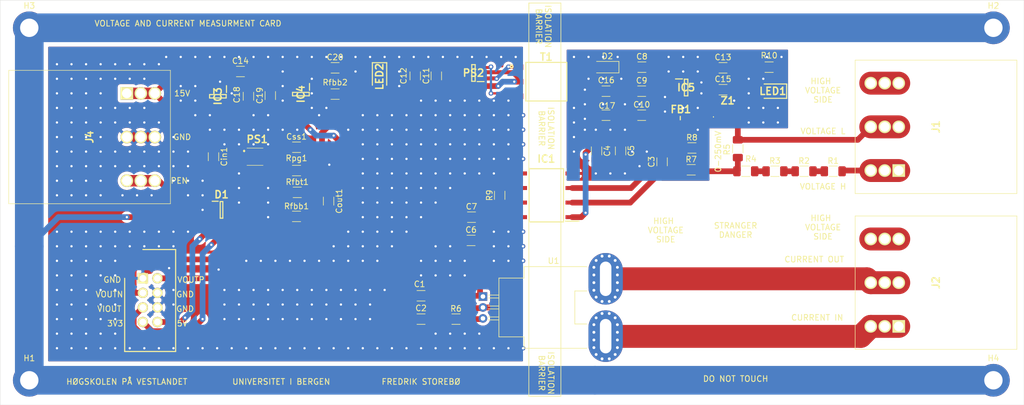
<source format=kicad_pcb>
(kicad_pcb (version 20171130) (host pcbnew "(5.1.8)-1")
  (layers (0 F.Cu signal) (31 B.Cu signal) (34 B.Paste user) (35 F.Paste user) (36 B.SilkS user) (37 F.SilkS user) (38 B.Mask user) (39 F.Mask user hide) (44 Edge.Cuts user))
  (net 0 "")
  (net 1 GND)
  (net 2 5V)
  (net 3 "Net-(C2-Pad1)")
  (net 4 "Net-(C3-Pad2)")
  (net 5 "Net-(C3-Pad1)")
  (net 6 GNDD)
  (net 7 +5V_ISO)
  (net 8 +6V_ISO)
  (net 9 "Net-(Css1-Pad1)")
  (net 10 "Net-(D1-Pad3)")
  (net 11 "Net-(IC1-Pad7)")
  (net 12 "Net-(J1-Pad1)")
  (net 13 "Net-(J2-Pad1)")
  (net 14 "Net-(LED1-Pad1)")
  (net 15 "Net-(PS1-Pad7)")
  (net 16 "Net-(PS1-Pad6)")
  (net 17 "Net-(R1-Pad1)")
  (net 18 3.3V)
  (net 19 "Net-(IC1-Pad6)")
  (net 20 "Net-(LED2-Pad2)")
  (net 21 "Net-(J1-Pad7)")
  (net 22 "Net-(J2-Pad7)")
  (net 23 "Net-(J2-Pad4)")
  (net 24 "Net-(C10-Pad1)")
  (net 25 "Net-(C14-Pad1)")
  (net 26 "Net-(C20-Pad1)")
  (net 27 "Net-(D2-Pad2)")
  (net 28 "Net-(R2-Pad1)")
  (net 29 "Net-(R3-Pad1)")
  (net 30 "Net-(R4-Pad1)")
  (net 31 "Net-(R6-Pad2)")
  (net 32 "Net-(PS2-Pad3)")
  (net 33 "Net-(PS2-Pad1)")
  (module SamacSys_Parts:SOT95P280X145-5N (layer F.Cu) (at 128.524 65.024 180)
    (fp_text reference PS2 (at 0 0) (layer F.SilkS) (effects (font (size 1.27 1.27) (thickness 0.254))))
    (fp_text value SN6501DBVR hide)
    (pad 5 smd rect (at 1.25 -0.95 270) (size 0.6 1.2) (layers F.Cu F.Paste F.Mask) (net 1 GND))
    (pad 4 smd rect (at 1.25 0.95 270) (size 0.6 1.2) (layers F.Cu F.Paste F.Mask) (net 1 GND))
    (pad 3 smd rect (at -1.25 0.95 270) (size 0.6 1.2) (layers F.Cu F.Paste F.Mask) (net 32 "Net-(PS2-Pad3)"))
    (pad 2 smd rect (at -1.25 0 270) (size 0.6 1.2) (layers F.Cu F.Paste F.Mask) (net 2 5V))
    (pad 1 smd rect (at -1.25 -0.95 270) (size 0.6 1.2) (layers F.Cu F.Paste F.Mask) (net 33 "Net-(PS2-Pad1)"))
  )
  (module SamacSys_Parts:LEDC3216X200N (layer F.Cu) (at 112.141 65.659 270)
    (fp_text reference LED2 (at 0 0 90) (layer F.SilkS) (effects (font (size 1.27 1.27) (thickness 0.254))))
    (fp_text value APTD3216LCGCK hide)
    (pad 2 smd rect (at 1.5 0 270) (size 1.15 1.8) (layers F.Cu F.Paste F.Mask) (net 20 "Net-(LED2-Pad2)"))
    (pad 1 smd rect (at -1.5 0 270) (size 1.15 1.8) (layers F.Cu F.Paste F.Mask) (net 1 GND))
  )
  (module SamacSys_Parts_2:LEDC3216X200N (layer F.Cu) (at 180.721 68.199 180)
    (fp_text reference LED1 (at 0 0) (layer F.SilkS) (effects (font (size 1.27 1.27) (thickness 0.254))))
    (fp_text value LG_L29K-G2J1-24-Z hide)
    (pad 2 smd rect (at 1.5 0 180) (size 1.15 1.8) (layers F.Cu F.Paste F.Mask) (net 6 GNDD))
    (pad 1 smd rect (at -1.5 0 180) (size 1.15 1.8) (layers F.Cu F.Paste F.Mask) (net 14 "Net-(LED1-Pad1)"))
  )
  (module SamacSys_Parts:SOT95P280X145-5N (layer F.Cu) (at 165.608 67.564)
    (fp_text reference IC5 (at 0 0) (layer F.SilkS) (effects (font (size 1.27 1.27) (thickness 0.254))))
    (fp_text value TLV70450DBVT hide)
    (pad 5 smd rect (at 1.25 -0.95 90) (size 0.6 1.2) (layers F.Cu F.Paste F.Mask))
    (pad 4 smd rect (at 1.25 0.95 90) (size 0.6 1.2) (layers F.Cu F.Paste F.Mask))
    (pad 3 smd rect (at -1.25 0.95 90) (size 0.6 1.2) (layers F.Cu F.Paste F.Mask) (net 24 "Net-(C10-Pad1)"))
    (pad 2 smd rect (at -1.25 0 90) (size 0.6 1.2) (layers F.Cu F.Paste F.Mask) (net 8 +6V_ISO))
    (pad 1 smd rect (at -1.25 -0.95 90) (size 0.6 1.2) (layers F.Cu F.Paste F.Mask) (net 6 GNDD))
  )
  (module SamacSys_Parts:SOT95P280X125-3N (layer F.Cu) (at 98.425 68.707 270)
    (fp_text reference IC4 (at 0 0 90) (layer F.SilkS) (effects (font (size 1.27 1.27) (thickness 0.254))))
    (fp_text value BD49K33G-TL hide)
    (pad 3 smd rect (at 1.25 0) (size 0.6 1.2) (layers F.Cu F.Paste F.Mask) (net 18 3.3V))
    (pad 2 smd rect (at -1.25 0.95) (size 0.6 1.2) (layers F.Cu F.Paste F.Mask) (net 26 "Net-(C20-Pad1)"))
    (pad 1 smd rect (at -1.25 -0.95) (size 0.6 1.2) (layers F.Cu F.Paste F.Mask) (net 1 GND))
  )
  (module SamacSys_Parts:SOT95P280X145-5N (layer F.Cu) (at 83.947 69.088 270)
    (fp_text reference IC3 (at 0 0 90) (layer F.SilkS) (effects (font (size 1.27 1.27) (thickness 0.254))))
    (fp_text value MIC5225-3.3YM5-TR hide)
    (pad 5 smd rect (at 1.25 -0.95) (size 0.6 1.2) (layers F.Cu F.Paste F.Mask) (net 18 3.3V))
    (pad 4 smd rect (at 1.25 0.95) (size 0.6 1.2) (layers F.Cu F.Paste F.Mask))
    (pad 3 smd rect (at -1.25 0.95) (size 0.6 1.2) (layers F.Cu F.Paste F.Mask) (net 25 "Net-(C14-Pad1)"))
    (pad 2 smd rect (at -1.25 0) (size 0.6 1.2) (layers F.Cu F.Paste F.Mask) (net 1 GND))
    (pad 1 smd rect (at -1.25 -0.95) (size 0.6 1.2) (layers F.Cu F.Paste F.Mask) (net 25 "Net-(C14-Pad1)"))
  )
  (module SelfMade:1717017 (layer F.Cu) (at 68.072 68.58 270)
    (fp_text reference J4 (at 7.62 6.5 90) (layer F.SilkS) (effects (font (size 1.27 1.27) (thickness 0.254))))
    (fp_text value 1717017 hide)
    (pad 9 thru_hole circle (at 15.24 -4.88) (size 2.2 2.2) (drill 1.7) (layers *.Cu *.Mask F.SilkS) (net 10 "Net-(D1-Pad3)"))
    (pad 8 thru_hole circle (at 15.24 -2.44) (size 2.2 2.2) (drill 1.7) (layers *.Cu *.Mask F.SilkS) (net 10 "Net-(D1-Pad3)"))
    (pad 7 thru_hole circle (at 15.24 0) (size 2.2 2.2) (drill 1.7) (layers *.Cu *.Mask F.SilkS) (net 10 "Net-(D1-Pad3)"))
    (pad 6 thru_hole circle (at 7.62 -4.88) (size 2.2 2.2) (drill 1.7) (layers *.Cu *.Mask F.SilkS) (net 1 GND))
    (pad 5 thru_hole circle (at 7.62 -2.44) (size 2.2 2.2) (drill 1.7) (layers *.Cu *.Mask F.SilkS) (net 1 GND))
    (pad 4 thru_hole circle (at 7.62 0) (size 2.2 2.2) (drill 1.7) (layers *.Cu *.Mask F.SilkS) (net 1 GND))
    (pad 3 thru_hole circle (at 0 -4.88) (size 2.2 2.2) (drill 1.7) (layers *.Cu *.Mask F.SilkS) (net 25 "Net-(C14-Pad1)"))
    (pad 2 thru_hole circle (at 0 -2.44) (size 2.2 2.2) (drill 1.7) (layers *.Cu *.Mask F.SilkS) (net 25 "Net-(C14-Pad1)"))
    (pad 1 thru_hole rect (at 0 0) (size 2.2 2.2) (drill 1.7) (layers *.Cu *.Mask F.SilkS) (net 25 "Net-(C14-Pad1)"))
  )
  (module SelfMade:1717017 (layer F.Cu) (at 202.692 109.22 90)
    (fp_text reference J2 (at 7.62 6.5 90) (layer F.SilkS) (effects (font (size 1.27 1.27) (thickness 0.254))))
    (fp_text value 1717017 hide)
    (pad 9 thru_hole circle (at 15.24 -4.88 180) (size 2.2 2.2) (drill 1.7) (layers *.Cu *.Mask F.SilkS) (net 22 "Net-(J2-Pad7)"))
    (pad 8 thru_hole circle (at 15.24 -2.44 180) (size 2.2 2.2) (drill 1.7) (layers *.Cu *.Mask F.SilkS) (net 22 "Net-(J2-Pad7)"))
    (pad 7 thru_hole circle (at 15.24 0 180) (size 2.2 2.2) (drill 1.7) (layers *.Cu *.Mask F.SilkS) (net 22 "Net-(J2-Pad7)"))
    (pad 6 thru_hole circle (at 7.62 -4.88 180) (size 2.2 2.2) (drill 1.7) (layers *.Cu *.Mask F.SilkS) (net 23 "Net-(J2-Pad4)"))
    (pad 5 thru_hole circle (at 7.62 -2.44 180) (size 2.2 2.2) (drill 1.7) (layers *.Cu *.Mask F.SilkS) (net 23 "Net-(J2-Pad4)"))
    (pad 4 thru_hole circle (at 7.62 0 180) (size 2.2 2.2) (drill 1.7) (layers *.Cu *.Mask F.SilkS) (net 23 "Net-(J2-Pad4)"))
    (pad 3 thru_hole circle (at 0 -4.88 180) (size 2.2 2.2) (drill 1.7) (layers *.Cu *.Mask F.SilkS) (net 13 "Net-(J2-Pad1)"))
    (pad 2 thru_hole circle (at 0 -2.44 180) (size 2.2 2.2) (drill 1.7) (layers *.Cu *.Mask F.SilkS) (net 13 "Net-(J2-Pad1)"))
    (pad 1 thru_hole rect (at 0 0 180) (size 2.2 2.2) (drill 1.7) (layers *.Cu *.Mask F.SilkS) (net 13 "Net-(J2-Pad1)"))
  )
  (module SelfMade:1717017 (layer F.Cu) (at 202.692 82.042 90)
    (fp_text reference J1 (at 7.62 6.5 90) (layer F.SilkS) (effects (font (size 1.27 1.27) (thickness 0.254))))
    (fp_text value 1717017 hide)
    (pad 9 thru_hole circle (at 15.24 -4.88 180) (size 2.2 2.2) (drill 1.7) (layers *.Cu *.Mask F.SilkS) (net 21 "Net-(J1-Pad7)"))
    (pad 8 thru_hole circle (at 15.24 -2.44 180) (size 2.2 2.2) (drill 1.7) (layers *.Cu *.Mask F.SilkS) (net 21 "Net-(J1-Pad7)"))
    (pad 7 thru_hole circle (at 15.24 0 180) (size 2.2 2.2) (drill 1.7) (layers *.Cu *.Mask F.SilkS) (net 21 "Net-(J1-Pad7)"))
    (pad 6 thru_hole circle (at 7.62 -4.88 180) (size 2.2 2.2) (drill 1.7) (layers *.Cu *.Mask F.SilkS) (net 6 GNDD))
    (pad 5 thru_hole circle (at 7.62 -2.44 180) (size 2.2 2.2) (drill 1.7) (layers *.Cu *.Mask F.SilkS) (net 6 GNDD))
    (pad 4 thru_hole circle (at 7.62 0 180) (size 2.2 2.2) (drill 1.7) (layers *.Cu *.Mask F.SilkS) (net 6 GNDD))
    (pad 3 thru_hole circle (at 0 -4.88 180) (size 2.2 2.2) (drill 1.7) (layers *.Cu *.Mask F.SilkS) (net 12 "Net-(J1-Pad1)"))
    (pad 2 thru_hole circle (at 0 -2.44 180) (size 2.2 2.2) (drill 1.7) (layers *.Cu *.Mask F.SilkS) (net 12 "Net-(J1-Pad1)"))
    (pad 1 thru_hole rect (at 0 0 180) (size 2.2 2.2) (drill 1.7) (layers *.Cu *.Mask F.SilkS) (net 12 "Net-(J1-Pad1)"))
  )
  (module MountingHole:MountingHole_3.2mm_M3_ISO7380_Pad (layer F.Cu) (at 219.202 118.618)
    (fp_text reference H4 (at 0 -3.85) (layer F.SilkS))
    (fp_text value MountingHole_Pad)
    (pad 1 thru_hole circle (at 0 0) (size 5.7 5.7) (drill 3.2) (layers *.Cu *.Mask) (net 10 "Net-(D1-Pad3)"))
  )
  (module MountingHole:MountingHole_3.2mm_M3_ISO7380_Pad (layer F.Cu) (at 51.054 57.15)
    (fp_text reference H3 (at 0 -3.85) (layer F.SilkS))
    (fp_text value MountingHole_Pad)
    (pad 1 thru_hole circle (at 0 0) (size 5.7 5.7) (drill 3.2) (layers *.Cu *.Mask) (net 10 "Net-(D1-Pad3)"))
  )
  (module MountingHole:MountingHole_3.2mm_M3_ISO7380_Pad (layer F.Cu) (at 219.202 57.15)
    (fp_text reference H2 (at 0 -3.85) (layer F.SilkS))
    (fp_text value MountingHole_Pad)
    (pad 1 thru_hole circle (at 0 0) (size 5.7 5.7) (drill 3.2) (layers *.Cu *.Mask) (net 10 "Net-(D1-Pad3)"))
  )
  (module MountingHole:MountingHole_3.2mm_M3_ISO7380_Pad (layer F.Cu) (at 51.054 118.618)
    (fp_text reference H1 (at 0 -3.85) (layer F.SilkS))
    (fp_text value MountingHole_Pad)
    (pad 1 thru_hole circle (at 0 0) (size 5.7 5.7) (drill 3.2) (layers *.Cu *.Mask) (net 10 "Net-(D1-Pad3)"))
  )
  (module SamacSys_Parts_2:760390015 (layer F.Cu) (at 141.224 66.548)
    (fp_text reference T1 (at 0 -4.318) (layer F.SilkS) (effects (font (size 1.27 1.27) (thickness 0.254))))
    (fp_text value 760390015 hide)
    (pad 6 smd rect (at 4.57 -2.54 90) (size 0.96 1.12) (layers F.Cu F.Paste F.Mask) (net 27 "Net-(D2-Pad2)"))
    (pad 5 smd rect (at 4.57 0 90) (size 0.96 1.12) (layers F.Cu F.Paste F.Mask))
    (pad 4 smd rect (at 4.57 2.54 90) (size 0.96 1.12) (layers F.Cu F.Paste F.Mask) (net 6 GNDD))
    (pad 3 smd rect (at -4.57 2.54 90) (size 0.96 1.12) (layers F.Cu F.Paste F.Mask) (net 32 "Net-(PS2-Pad3)"))
    (pad 2 smd rect (at -4.57 0 90) (size 0.96 1.12) (layers F.Cu F.Paste F.Mask) (net 2 5V))
    (pad 1 smd rect (at -4.57 -2.54 90) (size 0.96 1.12) (layers F.Cu F.Paste F.Mask) (net 33 "Net-(PS2-Pad1)"))
  )
  (module Sensor_Current:Allegro_CB_PFF (layer F.Cu) (at 130.175 104.013 270)
    (fp_text reference U1 (at -6.223 -12.319 180) (layer F.SilkS))
    (fp_text value ACS758xCB-050B-PFF)
    (pad 5 thru_hole oval (at -3.09 -21.4 270) (size 9 6) (drill oval 6 2) (layers *.Cu *.Mask) (net 23 "Net-(J2-Pad4)"))
    (pad 4 thru_hole oval (at 6.91 -21.4 270) (size 9 6) (drill oval 6 2) (layers *.Cu *.Mask) (net 13 "Net-(J2-Pad1)"))
    (pad 1 thru_hole rect (at 0 0 270) (size 1.5 1.5) (drill 0.8) (layers *.Cu *.Mask) (net 18 3.3V))
    (pad 3 thru_hole circle (at 3.82 0 270) (size 1.5 1.5) (drill 0.8) (layers *.Cu *.Mask) (net 31 "Net-(R6-Pad2)"))
    (pad 2 thru_hole circle (at 1.91 0 270) (size 1.5 1.5) (drill 0.8) (layers *.Cu *.Mask) (net 1 GND))
    (pad 5 thru_hole oval (at 0.86 -22.03 205) (size 0.8 0.8) (drill 0.5) (layers *.Cu *.Mask) (net 23 "Net-(J2-Pad4)"))
    (pad 5 thru_hole oval (at 0.86 -20.77 335) (size 0.8 0.8) (drill 0.5) (layers *.Cu *.Mask) (net 23 "Net-(J2-Pad4)"))
    (pad 5 thru_hole circle (at 0.11 -19.74 270) (size 0.8 0.8) (drill 0.5) (layers *.Cu *.Mask) (net 23 "Net-(J2-Pad4)"))
    (pad 5 thru_hole circle (at 0.11 -23.06 270) (size 0.8 0.8) (drill 0.5) (layers *.Cu *.Mask) (net 23 "Net-(J2-Pad4)"))
    (pad 5 thru_hole circle (at -7.04 -22.03 270) (size 0.8 0.8) (drill 0.5) (layers *.Cu *.Mask) (net 23 "Net-(J2-Pad4)"))
    (pad 5 thru_hole circle (at -7.04 -20.77 270) (size 0.8 0.8) (drill 0.5) (layers *.Cu *.Mask) (net 23 "Net-(J2-Pad4)"))
    (pad 5 thru_hole circle (at -6.29 -19.74 270) (size 0.8 0.8) (drill 0.5) (layers *.Cu *.Mask) (net 23 "Net-(J2-Pad4)"))
    (pad 5 thru_hole circle (at -6.29 -23.06 270) (size 0.8 0.8) (drill 0.5) (layers *.Cu *.Mask) (net 23 "Net-(J2-Pad4)"))
    (pad 5 thru_hole circle (at -2.42 -19.35 270) (size 0.8 0.8) (drill 0.5) (layers *.Cu *.Mask) (net 23 "Net-(J2-Pad4)"))
    (pad 5 thru_hole circle (at -3.76 -19.35 270) (size 0.8 0.8) (drill 0.5) (layers *.Cu *.Mask) (net 23 "Net-(J2-Pad4)"))
    (pad 5 thru_hole circle (at -1.09 -19.35 270) (size 0.8 0.8) (drill 0.5) (layers *.Cu *.Mask) (net 23 "Net-(J2-Pad4)"))
    (pad 5 thru_hole circle (at -5.09 -19.35 270) (size 0.8 0.8) (drill 0.5) (layers *.Cu *.Mask) (net 23 "Net-(J2-Pad4)"))
    (pad 5 thru_hole circle (at -2.42 -23.45 270) (size 0.8 0.8) (drill 0.5) (layers *.Cu *.Mask) (net 23 "Net-(J2-Pad4)"))
    (pad 5 thru_hole circle (at -3.76 -23.45 270) (size 0.8 0.8) (drill 0.5) (layers *.Cu *.Mask) (net 23 "Net-(J2-Pad4)"))
    (pad 5 thru_hole circle (at -5.09 -23.45 270) (size 0.8 0.8) (drill 0.5) (layers *.Cu *.Mask) (net 23 "Net-(J2-Pad4)"))
    (pad 5 thru_hole circle (at -1.09 -23.45 270) (size 0.8 0.8) (drill 0.5) (layers *.Cu *.Mask) (net 23 "Net-(J2-Pad4)"))
    (pad 4 thru_hole circle (at 3.71 -19.74 270) (size 0.8 0.8) (drill 0.5) (layers *.Cu *.Mask) (net 13 "Net-(J2-Pad1)"))
    (pad 4 thru_hole circle (at 3.71 -23.06 270) (size 0.8 0.8) (drill 0.5) (layers *.Cu *.Mask) (net 13 "Net-(J2-Pad1)"))
    (pad 4 thru_hole oval (at 2.96 -20.77 205) (size 0.8 0.8) (drill 0.5) (layers *.Cu *.Mask) (net 13 "Net-(J2-Pad1)"))
    (pad 4 thru_hole oval (at 2.96 -22.03 335) (size 0.8 0.8) (drill 0.5) (layers *.Cu *.Mask) (net 13 "Net-(J2-Pad1)"))
    (pad 4 thru_hole circle (at 10.11 -19.74 270) (size 0.8 0.8) (drill 0.5) (layers *.Cu *.Mask) (net 13 "Net-(J2-Pad1)"))
    (pad 4 thru_hole circle (at 10.11 -23.06 270) (size 0.8 0.8) (drill 0.5) (layers *.Cu *.Mask) (net 13 "Net-(J2-Pad1)"))
    (pad 4 thru_hole circle (at 10.86 -22.03 270) (size 0.8 0.8) (drill 0.5) (layers *.Cu *.Mask) (net 13 "Net-(J2-Pad1)"))
    (pad 4 thru_hole circle (at 8.91 -19.35 270) (size 0.8 0.8) (drill 0.5) (layers *.Cu *.Mask) (net 13 "Net-(J2-Pad1)"))
    (pad 4 thru_hole circle (at 7.58 -19.35 270) (size 0.8 0.8) (drill 0.5) (layers *.Cu *.Mask) (net 13 "Net-(J2-Pad1)"))
    (pad 4 thru_hole circle (at 6.24 -19.35 270) (size 0.8 0.8) (drill 0.5) (layers *.Cu *.Mask) (net 13 "Net-(J2-Pad1)"))
    (pad 4 thru_hole circle (at 4.91 -19.35 270) (size 0.8 0.8) (drill 0.5) (layers *.Cu *.Mask) (net 13 "Net-(J2-Pad1)"))
    (pad 4 thru_hole circle (at 8.91 -23.45 270) (size 0.8 0.8) (drill 0.5) (layers *.Cu *.Mask) (net 13 "Net-(J2-Pad1)"))
    (pad 4 thru_hole circle (at 7.58 -23.45 270) (size 0.8 0.8) (drill 0.5) (layers *.Cu *.Mask) (net 13 "Net-(J2-Pad1)"))
    (pad 4 thru_hole circle (at 6.24 -23.45 270) (size 0.8 0.8) (drill 0.5) (layers *.Cu *.Mask) (net 13 "Net-(J2-Pad1)"))
    (pad 4 thru_hole circle (at 4.91 -23.45 270) (size 0.8 0.8) (drill 0.5) (layers *.Cu *.Mask) (net 13 "Net-(J2-Pad1)"))
    (pad 4 thru_hole circle (at 10.86 -20.77 270) (size 0.8 0.8) (drill 0.5) (layers *.Cu *.Mask) (net 13 "Net-(J2-Pad1)"))
  )
  (module Resistor_SMD:R_1206_3216Metric_Pad1.30x1.75mm_HandSolder (layer F.Cu) (at 133.096 86.36 270)
    (fp_text reference R9 (at 0 1.778 90) (layer F.SilkS))
    (fp_text value 100)
    (pad 2 smd roundrect (at 1.55 0 270) (size 1.3 1.75) (layers F.Cu F.Paste F.Mask) (roundrect_rratio 0.1923069230769231) (net 11 "Net-(IC1-Pad7)"))
    (pad 1 smd roundrect (at -1.55 0 270) (size 1.3 1.75) (layers F.Cu F.Paste F.Mask) (roundrect_rratio 0.1923069230769231) (net 19 "Net-(IC1-Pad6)"))
  )
  (module Resistor_SMD:R_1206_3216Metric_Pad1.30x1.75mm_HandSolder (layer F.Cu) (at 125.476 107.95)
    (fp_text reference R6 (at 0 -1.82) (layer F.SilkS))
    (fp_text value 12)
    (pad 2 smd roundrect (at 1.55 0) (size 1.3 1.75) (layers F.Cu F.Paste F.Mask) (roundrect_rratio 0.1923069230769231) (net 31 "Net-(R6-Pad2)"))
    (pad 1 smd roundrect (at -1.55 0) (size 1.3 1.75) (layers F.Cu F.Paste F.Mask) (roundrect_rratio 0.1923069230769231) (net 3 "Net-(C2-Pad1)"))
  )
  (module Resistor_SMD:R_1206_3216Metric_Pad1.30x1.75mm_HandSolder (layer F.Cu) (at 176.022 82.169)
    (fp_text reference R4 (at 0.889 -2.159) (layer F.SilkS))
    (fp_text value 59.75e3)
    (pad 2 smd roundrect (at 1.55 0) (size 1.3 1.75) (layers F.Cu F.Paste F.Mask) (roundrect_rratio 0.1923069230769231) (net 29 "Net-(R3-Pad1)"))
    (pad 1 smd roundrect (at -1.55 0) (size 1.3 1.75) (layers F.Cu F.Paste F.Mask) (roundrect_rratio 0.1923069230769231) (net 30 "Net-(R4-Pad1)"))
  )
  (module Resistor_SMD:R_1206_3216Metric_Pad1.30x1.75mm_HandSolder (layer F.Cu) (at 181.102 82.169)
    (fp_text reference R3 (at 0 -1.82) (layer F.SilkS))
    (fp_text value 59.75e3)
    (pad 2 smd roundrect (at 1.55 0) (size 1.3 1.75) (layers F.Cu F.Paste F.Mask) (roundrect_rratio 0.1923069230769231) (net 28 "Net-(R2-Pad1)"))
    (pad 1 smd roundrect (at -1.55 0) (size 1.3 1.75) (layers F.Cu F.Paste F.Mask) (roundrect_rratio 0.1923069230769231) (net 29 "Net-(R3-Pad1)"))
  )
  (module Resistor_SMD:R_1206_3216Metric_Pad1.30x1.75mm_HandSolder (layer F.Cu) (at 191.262 82.169)
    (fp_text reference R1 (at 0 -1.82) (layer F.SilkS))
    (fp_text value 59.75e3)
    (pad 2 smd roundrect (at 1.55 0) (size 1.3 1.75) (layers F.Cu F.Paste F.Mask) (roundrect_rratio 0.1923069230769231) (net 12 "Net-(J1-Pad1)"))
    (pad 1 smd roundrect (at -1.55 0) (size 1.3 1.75) (layers F.Cu F.Paste F.Mask) (roundrect_rratio 0.1923069230769231) (net 17 "Net-(R1-Pad1)"))
  )
  (module SamacSys_Parts_2:SHDR8W99P254_2X4_1778X889X947P (layer F.Cu) (at 70.866 100.838 270)
    (fp_text reference J3 (at 0 0 90) (layer F.SilkS) (effects (font (size 1.27 1.27) (thickness 0.254))))
    (fp_text value 70246-0802 hide)
    (pad 8 thru_hole circle (at 7.62 -2.54) (size 1.8 1.8) (drill 1.2) (layers *.Cu *.Mask F.SilkS) (net 2 5V))
    (pad 7 thru_hole circle (at 7.62 0) (size 1.8 1.8) (drill 1.2) (layers *.Cu *.Mask F.SilkS) (net 18 3.3V))
    (pad 6 thru_hole circle (at 5.08 -2.54) (size 1.8 1.8) (drill 1.2) (layers *.Cu *.Mask F.SilkS) (net 1 GND))
    (pad 5 thru_hole circle (at 5.08 0) (size 1.8 1.8) (drill 1.2) (layers *.Cu *.Mask F.SilkS) (net 3 "Net-(C2-Pad1)"))
    (pad 4 thru_hole circle (at 2.54 -2.54) (size 1.8 1.8) (drill 1.2) (layers *.Cu *.Mask F.SilkS) (net 1 GND))
    (pad 3 thru_hole circle (at 2.54 0) (size 1.8 1.8) (drill 1.2) (layers *.Cu *.Mask F.SilkS) (net 19 "Net-(IC1-Pad6)"))
    (pad 2 thru_hole circle (at 0 -2.54) (size 1.8 1.8) (drill 1.2) (layers *.Cu *.Mask F.SilkS) (net 11 "Net-(IC1-Pad7)"))
    (pad 1 thru_hole rect (at 0 0) (size 1.8 1.8) (drill 1.2) (layers *.Cu *.Mask F.SilkS) (net 1 GND))
  )
  (module SamacSys_Parts_2:DFLZ6V87 (layer F.Cu) (at 172.974 72.644)
    (fp_text reference Z1 (at -0.127 -2.794) (layer F.SilkS) (effects (font (size 1.27 1.27) (thickness 0.254))))
    (fp_text value DFLZ6V2-7 hide)
    (pad 2 smd rect (at 1.444 0) (size 1.05 1.5) (layers F.Cu F.Paste F.Mask) (net 6 GNDD))
    (pad 1 smd rect (at -0.931 0 90) (size 1.5 2.4) (layers F.Cu F.Paste F.Mask) (net 7 +5V_ISO))
  )
  (module Resistor_SMD:R_1206_3216Metric_Pad1.30x1.75mm_HandSolder (layer F.Cu) (at 97.663 82.042)
    (fp_text reference Rpg1 (at 0 -2.159) (layer F.SilkS))
    (fp_text value 100e3)
    (pad 2 smd roundrect (at 1.55 0) (size 1.3 1.75) (layers F.Cu F.Paste F.Mask) (roundrect_rratio 0.1923069230769231) (net 2 5V))
    (pad 1 smd roundrect (at -1.55 0) (size 1.3 1.75) (layers F.Cu F.Paste F.Mask) (roundrect_rratio 0.1923069230769231) (net 15 "Net-(PS1-Pad7)"))
  )
  (module Resistor_SMD:R_1206_3216Metric_Pad1.30x1.75mm_HandSolder (layer F.Cu) (at 97.79 85.852)
    (fp_text reference Rfbt1 (at 0 -1.82) (layer F.SilkS))
    (fp_text value 523e3)
    (pad 2 smd roundrect (at 1.55 0) (size 1.3 1.75) (layers F.Cu F.Paste F.Mask) (roundrect_rratio 0.1923069230769231) (net 2 5V))
    (pad 1 smd roundrect (at -1.55 0) (size 1.3 1.75) (layers F.Cu F.Paste F.Mask) (roundrect_rratio 0.1923069230769231) (net 16 "Net-(PS1-Pad6)"))
  )
  (module Resistor_SMD:R_1206_3216Metric_Pad1.30x1.75mm_HandSolder (layer F.Cu) (at 104.394 68.707 180)
    (fp_text reference Rfbb2 (at 0 2.032) (layer F.SilkS))
    (fp_text value 100e3)
    (pad 2 smd roundrect (at 1.55 0 180) (size 1.3 1.75) (layers F.Cu F.Paste F.Mask) (roundrect_rratio 0.1923069230769231) (net 26 "Net-(C20-Pad1)"))
    (pad 1 smd roundrect (at -1.55 0 180) (size 1.3 1.75) (layers F.Cu F.Paste F.Mask) (roundrect_rratio 0.1923069230769231) (net 20 "Net-(LED2-Pad2)"))
  )
  (module Resistor_SMD:R_1206_3216Metric_Pad1.30x1.75mm_HandSolder (layer F.Cu) (at 97.663 90.043 180)
    (fp_text reference Rfbb1 (at 0 1.778) (layer F.SilkS))
    (fp_text value 100e3)
    (pad 2 smd roundrect (at 1.55 0 180) (size 1.3 1.75) (layers F.Cu F.Paste F.Mask) (roundrect_rratio 0.1923069230769231) (net 16 "Net-(PS1-Pad6)"))
    (pad 1 smd roundrect (at -1.55 0 180) (size 1.3 1.75) (layers F.Cu F.Paste F.Mask) (roundrect_rratio 0.1923069230769231) (net 1 GND))
  )
  (module Resistor_SMD:R_1206_3216Metric_Pad1.30x1.75mm_HandSolder (layer F.Cu) (at 180.086 64.008 180)
    (fp_text reference R10 (at 0 2.032) (layer F.SilkS))
    (fp_text value 3.16)
    (pad 2 smd roundrect (at 1.55 0 180) (size 1.3 1.75) (layers F.Cu F.Paste F.Mask) (roundrect_rratio 0.1923069230769231) (net 7 +5V_ISO))
    (pad 1 smd roundrect (at -1.55 0 180) (size 1.3 1.75) (layers F.Cu F.Paste F.Mask) (roundrect_rratio 0.1923069230769231) (net 14 "Net-(LED1-Pad1)"))
  )
  (module Resistor_SMD:R_1206_3216Metric_Pad1.30x1.75mm_HandSolder (layer F.Cu) (at 166.624 78.105)
    (fp_text reference R8 (at 0 -1.82) (layer F.SilkS))
    (fp_text value 12)
    (pad 2 smd roundrect (at 1.55 0) (size 1.3 1.75) (layers F.Cu F.Paste F.Mask) (roundrect_rratio 0.1923069230769231) (net 6 GNDD))
    (pad 1 smd roundrect (at -1.55 0) (size 1.3 1.75) (layers F.Cu F.Paste F.Mask) (roundrect_rratio 0.1923069230769231) (net 4 "Net-(C3-Pad2)"))
  )
  (module Resistor_SMD:R_1206_3216Metric_Pad1.30x1.75mm_HandSolder (layer F.Cu) (at 166.497 81.915)
    (fp_text reference R7 (at 0 -1.82) (layer F.SilkS))
    (fp_text value 12)
    (pad 2 smd roundrect (at 1.55 0) (size 1.3 1.75) (layers F.Cu F.Paste F.Mask) (roundrect_rratio 0.1923069230769231) (net 30 "Net-(R4-Pad1)"))
    (pad 1 smd roundrect (at -1.55 0) (size 1.3 1.75) (layers F.Cu F.Paste F.Mask) (roundrect_rratio 0.1923069230769231) (net 5 "Net-(C3-Pad1)"))
  )
  (module Resistor_SMD:R_1206_3216Metric_Pad1.30x1.75mm_HandSolder (layer F.Cu) (at 174.625 78.232 270)
    (fp_text reference R5 (at 0.153 1.905 90) (layer F.SilkS))
    (fp_text value 1000)
    (pad 2 smd roundrect (at 1.55 0 270) (size 1.3 1.75) (layers F.Cu F.Paste F.Mask) (roundrect_rratio 0.1923069230769231) (net 30 "Net-(R4-Pad1)"))
    (pad 1 smd roundrect (at -1.55 0 270) (size 1.3 1.75) (layers F.Cu F.Paste F.Mask) (roundrect_rratio 0.1923069230769231) (net 6 GNDD))
  )
  (module Resistor_SMD:R_1206_3216Metric_Pad1.30x1.75mm_HandSolder (layer F.Cu) (at 186.182 82.169)
    (fp_text reference R2 (at 0 -1.82) (layer F.SilkS))
    (fp_text value 59.75e3)
    (pad 2 smd roundrect (at 1.55 0) (size 1.3 1.75) (layers F.Cu F.Paste F.Mask) (roundrect_rratio 0.1923069230769231) (net 17 "Net-(R1-Pad1)"))
    (pad 1 smd roundrect (at -1.55 0) (size 1.3 1.75) (layers F.Cu F.Paste F.Mask) (roundrect_rratio 0.1923069230769231) (net 28 "Net-(R2-Pad1)"))
  )
  (module SamacSys_Parts_2:TPS82130SILT (layer F.Cu) (at 90.424 79.629)
    (fp_text reference PS1 (at 0.381 -3.048) (layer F.SilkS) (effects (font (size 1.27 1.27) (thickness 0.254))))
    (fp_text value TPS82130SILT hide)
    (pad 9 smd rect (at 0 0) (size 1.2 2) (layers F.Cu F.Paste F.Mask) (net 1 GND))
    (pad 8 smd rect (at 1.05 -0.975 90) (size 0.41 0.51) (layers F.Cu F.Paste F.Mask) (net 9 "Net-(Css1-Pad1)"))
    (pad 7 smd rect (at 1.05 -0.325 90) (size 0.41 0.51) (layers F.Cu F.Paste F.Mask) (net 15 "Net-(PS1-Pad7)"))
    (pad 6 smd rect (at 1.05 0.325 90) (size 0.41 0.51) (layers F.Cu F.Paste F.Mask) (net 16 "Net-(PS1-Pad6)"))
    (pad 5 smd rect (at 1.05 0.975 90) (size 0.41 0.51) (layers F.Cu F.Paste F.Mask) (net 2 5V))
    (pad 4 smd rect (at -1.05 0.975 90) (size 0.41 0.51) (layers F.Cu F.Paste F.Mask) (net 2 5V))
    (pad 3 smd rect (at -1.05 0.325 90) (size 0.41 0.51) (layers F.Cu F.Paste F.Mask) (net 1 GND))
    (pad 2 smd rect (at -1.05 -0.325 90) (size 0.41 0.51) (layers F.Cu F.Paste F.Mask) (net 25 "Net-(C14-Pad1)"))
    (pad 1 smd rect (at -1.05 -0.975 90) (size 0.41 0.51) (layers F.Cu F.Paste F.Mask) (net 25 "Net-(C14-Pad1)"))
  )
  (module SelfMade:SOP254P1040X485-8N (layer F.Cu) (at 141.224 86.36 180)
    (fp_text reference IC1 (at 0 6.35) (layer F.SilkS) (effects (font (size 1.27 1.27) (thickness 0.254))))
    (fp_text value AMC1100DUBR hide)
    (pad 8 smd rect (at 4.525 -3.81 270) (size 0.7 2.35) (layers F.Cu F.Paste F.Mask) (net 18 3.3V))
    (pad 7 smd rect (at 4.525 -1.27 270) (size 0.7 2.35) (layers F.Cu F.Paste F.Mask) (net 11 "Net-(IC1-Pad7)"))
    (pad 6 smd rect (at 4.525 1.27 270) (size 0.7 2.35) (layers F.Cu F.Paste F.Mask) (net 19 "Net-(IC1-Pad6)"))
    (pad 5 smd rect (at 4.525 3.81 270) (size 0.7 2.35) (layers F.Cu F.Paste F.Mask) (net 1 GND))
    (pad 4 smd rect (at -4.525 3.81 270) (size 0.7 2.35) (layers F.Cu F.Paste F.Mask) (net 6 GNDD))
    (pad 3 smd rect (at -4.525 1.27 270) (size 0.7 2.35) (layers F.Cu F.Paste F.Mask) (net 4 "Net-(C3-Pad2)"))
    (pad 2 smd rect (at -4.525 -1.27 270) (size 0.7 2.35) (layers F.Cu F.Paste F.Mask) (net 5 "Net-(C3-Pad1)"))
    (pad 1 smd rect (at -4.525 -3.81 270) (size 0.7 2.35) (layers F.Cu F.Paste F.Mask) (net 7 +5V_ISO))
  )
  (module SelfMade:BEADC1608X95N (layer F.Cu) (at 164.592 72.898)
    (fp_text reference FB1 (at 0.089 -1.524) (layer F.SilkS) (effects (font (size 1.27 1.27) (thickness 0.254))))
    (fp_text value MMZ1608B102CTA00 hide)
    (pad 2 smd rect (at 0.8 0) (size 0.9 1) (layers F.Cu F.Paste F.Mask) (net 7 +5V_ISO))
    (pad 1 smd rect (at -0.8 0) (size 0.9 1) (layers F.Cu F.Paste F.Mask) (net 24 "Net-(C10-Pad1)"))
  )
  (module Diode_SMD:D_SOD-123 (layer F.Cu) (at 151.638 64.008 180)
    (fp_text reference D2 (at -0.255 1.905) (layer F.SilkS))
    (fp_text value MBR0520LT)
    (pad 2 smd rect (at 1.65 0 180) (size 0.9 1.2) (layers F.Cu F.Paste F.Mask) (net 27 "Net-(D2-Pad2)"))
    (pad 1 smd rect (at -1.65 0 180) (size 0.9 1.2) (layers F.Cu F.Paste F.Mask) (net 8 +6V_ISO))
  )
  (module SamacSys_Parts_2:SOT95P230X110-3N (layer F.Cu) (at 84.582 88.9)
    (fp_text reference D1 (at 0 -2.667) (layer F.SilkS) (effects (font (size 1.27 1.27) (thickness 0.254))))
    (fp_text value PESD15VL2BT,215 hide)
    (pad 3 smd rect (at 1.1 0 90) (size 0.6 1.05) (layers F.Cu F.Paste F.Mask) (net 10 "Net-(D1-Pad3)"))
    (pad 2 smd rect (at -1.1 0.95 90) (size 0.6 1.05) (layers F.Cu F.Paste F.Mask) (net 1 GND))
    (pad 1 smd rect (at -1.1 -0.95 90) (size 0.6 1.05) (layers F.Cu F.Paste F.Mask) (net 25 "Net-(C14-Pad1)"))
  )
  (module Capacitor_SMD:C_1206_3216Metric_Pad1.33x1.80mm_HandSolder (layer F.Cu) (at 97.663 77.978)
    (fp_text reference Css1 (at 0 -1.85) (layer F.SilkS))
    (fp_text value 430e-12)
    (pad 2 smd roundrect (at 1.5625 0) (size 1.325 1.8) (layers F.Cu F.Paste F.Mask) (roundrect_rratio 0.1886777358490566) (net 1 GND))
    (pad 1 smd roundrect (at -1.5625 0) (size 1.325 1.8) (layers F.Cu F.Paste F.Mask) (roundrect_rratio 0.1886777358490566) (net 9 "Net-(Css1-Pad1)"))
  )
  (module Capacitor_SMD:C_1206_3216Metric_Pad1.33x1.80mm_HandSolder (layer F.Cu) (at 103.251 87.376 270)
    (fp_text reference Cout1 (at 0 -1.85 90) (layer F.SilkS))
    (fp_text value 22e-6)
    (pad 2 smd roundrect (at 1.5625 0 270) (size 1.325 1.8) (layers F.Cu F.Paste F.Mask) (roundrect_rratio 0.1886777358490566) (net 1 GND))
    (pad 1 smd roundrect (at -1.5625 0 270) (size 1.325 1.8) (layers F.Cu F.Paste F.Mask) (roundrect_rratio 0.1886777358490566) (net 2 5V))
  )
  (module Capacitor_SMD:C_1206_3216Metric_Pad1.33x1.80mm_HandSolder (layer F.Cu) (at 83.185 79.629 270)
    (fp_text reference Cin1 (at 0 -1.85 90) (layer F.SilkS))
    (fp_text value 10e-6)
    (pad 2 smd roundrect (at 1.5625 0 270) (size 1.325 1.8) (layers F.Cu F.Paste F.Mask) (roundrect_rratio 0.1886777358490566) (net 1 GND))
    (pad 1 smd roundrect (at -1.5625 0 270) (size 1.325 1.8) (layers F.Cu F.Paste F.Mask) (roundrect_rratio 0.1886777358490566) (net 25 "Net-(C14-Pad1)"))
  )
  (module Capacitor_SMD:C_1206_3216Metric_Pad1.33x1.80mm_HandSolder (layer F.Cu) (at 151.638 72.39 180)
    (fp_text reference C17 (at -0.1655 1.651) (layer F.SilkS))
    (fp_text value 0.1e-9)
    (pad 2 smd roundrect (at 1.5625 0 180) (size 1.325 1.8) (layers F.Cu F.Paste F.Mask) (roundrect_rratio 0.1886777358490566) (net 6 GNDD))
    (pad 1 smd roundrect (at -1.5625 0 180) (size 1.325 1.8) (layers F.Cu F.Paste F.Mask) (roundrect_rratio 0.1886777358490566) (net 8 +6V_ISO))
  )
  (module Capacitor_SMD:C_1206_3216Metric_Pad1.33x1.80mm_HandSolder (layer F.Cu) (at 151.638 68.199 180)
    (fp_text reference C16 (at -0.0385 1.905) (layer F.SilkS))
    (fp_text value 10e-9)
    (pad 2 smd roundrect (at 1.5625 0 180) (size 1.325 1.8) (layers F.Cu F.Paste F.Mask) (roundrect_rratio 0.1886777358490566) (net 6 GNDD))
    (pad 1 smd roundrect (at -1.5625 0 180) (size 1.325 1.8) (layers F.Cu F.Paste F.Mask) (roundrect_rratio 0.1886777358490566) (net 8 +6V_ISO))
  )
  (module Capacitor_SMD:C_1206_3216Metric_Pad1.33x1.80mm_HandSolder (layer F.Cu) (at 118.364 65.532 270)
    (fp_text reference C12 (at 0 2.032 90) (layer F.SilkS))
    (fp_text value 0.1e-9)
    (pad 2 smd roundrect (at 1.5625 0 270) (size 1.325 1.8) (layers F.Cu F.Paste F.Mask) (roundrect_rratio 0.1886777358490566) (net 2 5V))
    (pad 1 smd roundrect (at -1.5625 0 270) (size 1.325 1.8) (layers F.Cu F.Paste F.Mask) (roundrect_rratio 0.1886777358490566) (net 1 GND))
  )
  (module Capacitor_SMD:C_1206_3216Metric_Pad1.33x1.80mm_HandSolder (layer F.Cu) (at 122.047 65.532 270)
    (fp_text reference C11 (at 0 1.778 90) (layer F.SilkS))
    (fp_text value 10e-9)
    (pad 2 smd roundrect (at 1.5625 0 270) (size 1.325 1.8) (layers F.Cu F.Paste F.Mask) (roundrect_rratio 0.1886777358490566) (net 2 5V))
    (pad 1 smd roundrect (at -1.5625 0 270) (size 1.325 1.8) (layers F.Cu F.Paste F.Mask) (roundrect_rratio 0.1886777358490566) (net 1 GND))
  )
  (module Capacitor_SMD:C_1206_3216Metric_Pad1.33x1.80mm_HandSolder (layer F.Cu) (at 104.394 64.135)
    (fp_text reference C20 (at 0 -1.85) (layer F.SilkS))
    (fp_text value 0.1e-9)
    (pad 2 smd roundrect (at 1.5625 0) (size 1.325 1.8) (layers F.Cu F.Paste F.Mask) (roundrect_rratio 0.1886777358490566) (net 1 GND))
    (pad 1 smd roundrect (at -1.5625 0) (size 1.325 1.8) (layers F.Cu F.Paste F.Mask) (roundrect_rratio 0.1886777358490566) (net 26 "Net-(C20-Pad1)"))
  )
  (module Capacitor_SMD:C_1206_3216Metric_Pad1.33x1.80mm_HandSolder (layer F.Cu) (at 172.0465 67.945)
    (fp_text reference C15 (at 0 -1.85) (layer F.SilkS))
    (fp_text value 0.1e-9)
    (pad 2 smd roundrect (at 1.5625 0) (size 1.325 1.8) (layers F.Cu F.Paste F.Mask) (roundrect_rratio 0.1886777358490566) (net 6 GNDD))
    (pad 1 smd roundrect (at -1.5625 0) (size 1.325 1.8) (layers F.Cu F.Paste F.Mask) (roundrect_rratio 0.1886777358490566) (net 7 +5V_ISO))
  )
  (module Capacitor_SMD:C_1206_3216Metric_Pad1.33x1.80mm_HandSolder (layer F.Cu) (at 172.0465 64.135)
    (fp_text reference C13 (at 0 -1.85) (layer F.SilkS))
    (fp_text value 0.1e-9)
    (pad 2 smd roundrect (at 1.5625 0) (size 1.325 1.8) (layers F.Cu F.Paste F.Mask) (roundrect_rratio 0.1886777358490566) (net 6 GNDD))
    (pad 1 smd roundrect (at -1.5625 0) (size 1.325 1.8) (layers F.Cu F.Paste F.Mask) (roundrect_rratio 0.1886777358490566) (net 7 +5V_ISO))
  )
  (module Capacitor_SMD:C_1206_3216Metric_Pad1.33x1.80mm_HandSolder (layer F.Cu) (at 93.091 68.961 90)
    (fp_text reference C19 (at 0 -1.85 90) (layer F.SilkS))
    (fp_text value 0.1e-9)
    (pad 2 smd roundrect (at 1.5625 0 90) (size 1.325 1.8) (layers F.Cu F.Paste F.Mask) (roundrect_rratio 0.1886777358490566) (net 1 GND))
    (pad 1 smd roundrect (at -1.5625 0 90) (size 1.325 1.8) (layers F.Cu F.Paste F.Mask) (roundrect_rratio 0.1886777358490566) (net 18 3.3V))
  )
  (module Capacitor_SMD:C_1206_3216Metric_Pad1.33x1.80mm_HandSolder (layer F.Cu) (at 157.861 72.39)
    (fp_text reference C10 (at 0 -1.85) (layer F.SilkS))
    (fp_text value 10e-9)
    (pad 2 smd roundrect (at 1.5625 0) (size 1.325 1.8) (layers F.Cu F.Paste F.Mask) (roundrect_rratio 0.1886777358490566) (net 6 GNDD))
    (pad 1 smd roundrect (at -1.5625 0) (size 1.325 1.8) (layers F.Cu F.Paste F.Mask) (roundrect_rratio 0.1886777358490566) (net 24 "Net-(C10-Pad1)"))
  )
  (module Capacitor_SMD:C_1206_3216Metric_Pad1.33x1.80mm_HandSolder (layer F.Cu) (at 89.281 69.088 90)
    (fp_text reference C18 (at 0.254 -2.032 90) (layer F.SilkS))
    (fp_text value 0.1e-9)
    (pad 2 smd roundrect (at 1.5625 0 90) (size 1.325 1.8) (layers F.Cu F.Paste F.Mask) (roundrect_rratio 0.1886777358490566) (net 1 GND))
    (pad 1 smd roundrect (at -1.5625 0 90) (size 1.325 1.8) (layers F.Cu F.Paste F.Mask) (roundrect_rratio 0.1886777358490566) (net 18 3.3V))
  )
  (module Capacitor_SMD:C_1206_3216Metric_Pad1.33x1.80mm_HandSolder (layer F.Cu) (at 157.861 68.199)
    (fp_text reference C9 (at 0 -1.85) (layer F.SilkS))
    (fp_text value 0.1e-9)
    (pad 2 smd roundrect (at 1.5625 0) (size 1.325 1.8) (layers F.Cu F.Paste F.Mask) (roundrect_rratio 0.1886777358490566) (net 6 GNDD))
    (pad 1 smd roundrect (at -1.5625 0) (size 1.325 1.8) (layers F.Cu F.Paste F.Mask) (roundrect_rratio 0.1886777358490566) (net 8 +6V_ISO))
  )
  (module Capacitor_SMD:C_1206_3216Metric_Pad1.33x1.80mm_HandSolder (layer F.Cu) (at 157.8995 64.008)
    (fp_text reference C8 (at 0 -1.85) (layer F.SilkS))
    (fp_text value 10e-9)
    (pad 2 smd roundrect (at 1.5625 0) (size 1.325 1.8) (layers F.Cu F.Paste F.Mask) (roundrect_rratio 0.1886777358490566) (net 6 GNDD))
    (pad 1 smd roundrect (at -1.5625 0) (size 1.325 1.8) (layers F.Cu F.Paste F.Mask) (roundrect_rratio 0.1886777358490566) (net 8 +6V_ISO))
  )
  (module Capacitor_SMD:C_1206_3216Metric_Pad1.33x1.80mm_HandSolder (layer F.Cu) (at 87.884 64.77)
    (fp_text reference C14 (at 0 -1.85) (layer F.SilkS))
    (fp_text value 0.1e-9)
    (pad 2 smd roundrect (at 1.5625 0) (size 1.325 1.8) (layers F.Cu F.Paste F.Mask) (roundrect_rratio 0.1886777358490566) (net 1 GND))
    (pad 1 smd roundrect (at -1.5625 0) (size 1.325 1.8) (layers F.Cu F.Paste F.Mask) (roundrect_rratio 0.1886777358490566) (net 25 "Net-(C14-Pad1)"))
  )
  (module Capacitor_SMD:C_1206_3216Metric_Pad1.33x1.80mm_HandSolder (layer F.Cu) (at 128.1815 90.17)
    (fp_text reference C7 (at 0 -1.85) (layer F.SilkS))
    (fp_text value 1e-6)
    (pad 2 smd roundrect (at 1.5625 0) (size 1.325 1.8) (layers F.Cu F.Paste F.Mask) (roundrect_rratio 0.1886777358490566) (net 18 3.3V))
    (pad 1 smd roundrect (at -1.5625 0) (size 1.325 1.8) (layers F.Cu F.Paste F.Mask) (roundrect_rratio 0.1886777358490566) (net 1 GND))
  )
  (module Capacitor_SMD:C_1206_3216Metric_Pad1.33x1.80mm_HandSolder (layer F.Cu) (at 128.1045 94.234)
    (fp_text reference C6 (at 0 -1.85) (layer F.SilkS))
    (fp_text value 0.1e-6)
    (pad 2 smd roundrect (at 1.5625 0) (size 1.325 1.8) (layers F.Cu F.Paste F.Mask) (roundrect_rratio 0.1886777358490566) (net 18 3.3V))
    (pad 1 smd roundrect (at -1.5625 0) (size 1.325 1.8) (layers F.Cu F.Paste F.Mask) (roundrect_rratio 0.1886777358490566) (net 1 GND))
  )
  (module Capacitor_SMD:C_1206_3216Metric_Pad1.33x1.80mm_HandSolder (layer F.Cu) (at 154.178 78.613 270)
    (fp_text reference C5 (at 0 -1.85 90) (layer F.SilkS))
    (fp_text value 1e-6)
    (pad 2 smd roundrect (at 1.5625 0 270) (size 1.325 1.8) (layers F.Cu F.Paste F.Mask) (roundrect_rratio 0.1886777358490566) (net 6 GNDD))
    (pad 1 smd roundrect (at -1.5625 0 270) (size 1.325 1.8) (layers F.Cu F.Paste F.Mask) (roundrect_rratio 0.1886777358490566) (net 7 +5V_ISO))
  )
  (module Capacitor_SMD:C_1206_3216Metric_Pad1.33x1.80mm_HandSolder (layer F.Cu) (at 149.987 78.613 270)
    (fp_text reference C4 (at 0 -1.85 90) (layer F.SilkS))
    (fp_text value 0.1e-6)
    (pad 2 smd roundrect (at 1.5625 0 270) (size 1.325 1.8) (layers F.Cu F.Paste F.Mask) (roundrect_rratio 0.1886777358490566) (net 6 GNDD))
    (pad 1 smd roundrect (at -1.5625 0 270) (size 1.325 1.8) (layers F.Cu F.Paste F.Mask) (roundrect_rratio 0.1886777358490566) (net 7 +5V_ISO))
  )
  (module Capacitor_SMD:C_1206_3216Metric_Pad1.33x1.80mm_HandSolder (layer F.Cu) (at 161.417 80.518 90)
    (fp_text reference C3 (at 0 -1.85 90) (layer F.SilkS))
    (fp_text value 330e-12)
    (pad 2 smd roundrect (at 1.5625 0 90) (size 1.325 1.8) (layers F.Cu F.Paste F.Mask) (roundrect_rratio 0.1886777358490566) (net 4 "Net-(C3-Pad2)"))
    (pad 1 smd roundrect (at -1.5625 0 90) (size 1.325 1.8) (layers F.Cu F.Paste F.Mask) (roundrect_rratio 0.1886777358490566) (net 5 "Net-(C3-Pad1)"))
  )
  (module Capacitor_SMD:C_1206_3216Metric_Pad1.33x1.80mm_HandSolder (layer F.Cu) (at 119.38 107.95 180)
    (fp_text reference C2 (at 0 1.905) (layer F.SilkS))
    (fp_text value 1e-6)
    (pad 2 smd roundrect (at 1.5625 0 180) (size 1.325 1.8) (layers F.Cu F.Paste F.Mask) (roundrect_rratio 0.1886777358490566) (net 1 GND))
    (pad 1 smd roundrect (at -1.5625 0 180) (size 1.325 1.8) (layers F.Cu F.Paste F.Mask) (roundrect_rratio 0.1886777358490566) (net 3 "Net-(C2-Pad1)"))
  )
  (module Capacitor_SMD:C_1206_3216Metric_Pad1.33x1.80mm_HandSolder (layer F.Cu) (at 119.38 103.886 180)
    (fp_text reference C1 (at 0.254 2.032) (layer F.SilkS))
    (fp_text value 0.1e-6)
    (pad 2 smd roundrect (at 1.5625 0 180) (size 1.325 1.8) (layers F.Cu F.Paste F.Mask) (roundrect_rratio 0.1886777358490566) (net 1 GND))
    (pad 1 smd roundrect (at -1.5625 0 180) (size 1.325 1.8) (layers F.Cu F.Paste F.Mask) (roundrect_rratio 0.1886777358490566) (net 18 3.3V))
  )
  (gr_text "VOLTAGE AND CURRENT MEASURMENT CARD" (at 78.74 56.388) (layer F.SilkS) (effects (font (size 1 1))))
  (gr_text "DO NOT TOUCH" (at 174.244 118.364) (layer F.SilkS) (effects (font (size 1 1))))
  (gr_text "FREDRIK STOREBØ" (at 119.38 118.872) (layer F.SilkS) (effects (font (size 1 1))))
  (gr_text "UNIVERSITET I BERGEN\n" (at 94.996 118.872) (layer F.SilkS) (effects (font (size 1 1))))
  (gr_text "HØGSKOLEN PÅ VESTLANDET" (at 68.072 118.872) (layer F.SilkS) (effects (font (size 1 1))))
  (gr_text "HIGH \nVOLTAGE\nSIDE\n" (at 189.484 91.948) (layer F.SilkS) (effects (font (size 1 1))))
  (gr_text "STRANGER\nDANGER" (at 174.244 92.456) (layer F.SilkS) (effects (font (size 1 1))))
  (gr_text "HIGH \nVOLTAGE\nSIDE" (at 189.484 68.072) (layer F.SilkS) (effects (font (size 1 1))))
  (gr_text "HIGH \nVOLTAGE\nSIDE" (at 162.052 92.456) (layer F.SilkS) (effects (font (size 1 1))))
  (gr_text "PEN\n" (at 77.216 83.82) (layer F.SilkS) (effects (font (size 1 1))))
  (gr_text "GND\n" (at 77.724 76.2) (layer F.SilkS) (effects (font (size 1 1))))
  (gr_text 15V (at 77.724 68.58) (layer F.SilkS) (effects (font (size 1 1))))
  (gr_text "GND\n" (at 65.532 101.092) (layer F.SilkS) (effects (font (size 1 1))))
  (gr_text "VIOUT\n" (at 65.024 106.172) (layer F.SilkS) (effects (font (size 1 1))))
  (gr_text "GND\n" (at 78.232 103.632) (layer F.SilkS) (effects (font (size 1 1))))
  (gr_text GND (at 78.232 106.172) (layer F.SilkS) (effects (font (size 1 1))))
  (gr_text VOUTN (at 65.024 103.632) (layer F.SilkS) (effects (font (size 1 1))))
  (gr_text VOUTP (at 79.248 101.092) (layer F.SilkS) (effects (font (size 1 1))))
  (gr_text 3V3 (at 66.04 108.712) (layer F.SilkS) (effects (font (size 1 1))))
  (gr_text "5V\n" (at 77.724 108.712) (layer F.SilkS) (effects (font (size 1 1))))
  (gr_text 0-250mV (at 171.196 78.74 90) (layer F.SilkS) (effects (font (size 1 1))))
  (gr_text "VOLTAGE L\n" (at 189.484 75.184) (layer F.SilkS) (effects (font (size 1 1))))
  (gr_text "VOLTAGE H\n" (at 189.484 84.836) (layer F.SilkS) (effects (font (size 1 1))))
  (gr_text "CURRENT OUT" (at 187.96 97.536) (layer F.SilkS) (effects (font (size 1 1))))
  (gr_text "CURRENT IN" (at 188.468 107.696) (layer F.SilkS) (effects (font (size 1 1))))
  (gr_text "ISOLATION\nBARRIER" (at 141.224 117.348 270) (layer F.SilkS) (effects (font (size 1 1))))
  (gr_text "ISOLATION\nBARRIER" (at 140.716 56.896 270) (layer F.SilkS) (effects (font (size 1 1))))
  (gr_line (start 143.764 52.832) (end 143.764 53.848) (layer F.SilkS) (width 0.12))
  (gr_line (start 138.176 52.832) (end 138.176 53.848) (layer F.SilkS) (width 0.12))
  (gr_text "ISOLATION\nBARRIER" (at 141.224 74.676 270) (layer F.SilkS) (effects (font (size 1 1))))
  (gr_line (start 138.176 52.832) (end 138.176 59.436) (layer F.SilkS) (width 0.12))
  (gr_line (start 143.764 52.832) (end 138.176 52.832) (layer F.SilkS) (width 0.12))
  (gr_line (start 143.764 121.412) (end 143.764 53.848) (layer F.SilkS) (width 0.12))
  (gr_line (start 138.176 121.412) (end 143.764 121.412) (layer F.SilkS) (width 0.12))
  (gr_line (start 138.176 59.436) (end 138.176 121.412) (layer F.SilkS) (width 0.12))
  (gr_line (start 45.974 52.324) (end 45.974 122.936) (layer Edge.Cuts) (width 0.05))
  (gr_line (start 224.536 52.324) (end 45.974 52.324) (layer Edge.Cuts) (width 0.05))
  (gr_line (start 224.536 122.936) (end 224.536 52.324) (layer Edge.Cuts) (width 0.05))
  (gr_line (start 45.974 122.936) (end 224.536 122.936) (layer Edge.Cuts) (width 0.05))
  (via (at 84.329252 66.549252) (size 0.8) (drill 0.4) (layers F.Cu B.Cu) (net 1))
  (segment (start 83.947 66.931504) (end 84.329252 66.549252) (width 0.7) (layer F.Cu) (net 1))
  (segment (start 83.947 67.838) (end 83.947 66.931504) (width 0.7) (layer F.Cu) (net 1))
  (segment (start 68.072 76.2) (end 70.512 76.2) (width 2) (layer F.Cu) (net 1))
  (segment (start 70.512 76.2) (end 72.952 76.2) (width 2) (layer F.Cu) (net 1))
  (via (at 103.378 81.026) (size 0.8) (drill 0.4) (layers F.Cu B.Cu) (net 1))
  (via (at 84.074 99.314) (size 0.8) (drill 0.4) (layers F.Cu B.Cu) (net 1))
  (via (at 75.438 99.06) (size 0.8) (drill 0.4) (layers F.Cu B.Cu) (net 1))
  (segment (start 130.053 106.045) (end 130.175 105.923) (width 1) (layer F.Cu) (net 1))
  (segment (start 127.879 106.045) (end 130.053 106.045) (width 1) (layer F.Cu) (net 1))
  (segment (start 130.175 105.923) (end 131.567 105.923) (width 1) (layer F.Cu) (net 1))
  (via (at 137.16 113.03) (size 0.8) (drill 0.4) (layers F.Cu B.Cu) (net 1))
  (via (at 134.62 113.03) (size 0.8) (drill 0.4) (layers F.Cu B.Cu) (net 1))
  (via (at 132.08 113.03) (size 0.8) (drill 0.4) (layers F.Cu B.Cu) (net 1))
  (via (at 129.54 113.03) (size 0.8) (drill 0.4) (layers F.Cu B.Cu) (net 1))
  (via (at 127 113.03) (size 0.8) (drill 0.4) (layers F.Cu B.Cu) (net 1))
  (via (at 124.46 113.03) (size 0.8) (drill 0.4) (layers F.Cu B.Cu) (net 1))
  (via (at 121.92 113.03) (size 0.8) (drill 0.4) (layers F.Cu B.Cu) (net 1))
  (via (at 119.38 113.03) (size 0.8) (drill 0.4) (layers F.Cu B.Cu) (net 1))
  (via (at 116.84 113.03) (size 0.8) (drill 0.4) (layers F.Cu B.Cu) (net 1))
  (via (at 114.3 113.03) (size 0.8) (drill 0.4) (layers F.Cu B.Cu) (net 1))
  (via (at 111.76 113.03) (size 0.8) (drill 0.4) (layers F.Cu B.Cu) (net 1))
  (via (at 109.22 113.03) (size 0.8) (drill 0.4) (layers F.Cu B.Cu) (net 1))
  (via (at 106.68 113.03) (size 0.8) (drill 0.4) (layers F.Cu B.Cu) (net 1))
  (via (at 104.14 113.03) (size 0.8) (drill 0.4) (layers F.Cu B.Cu) (net 1))
  (via (at 101.6 113.03) (size 0.8) (drill 0.4) (layers F.Cu B.Cu) (net 1))
  (via (at 99.06 113.03) (size 0.8) (drill 0.4) (layers F.Cu B.Cu) (net 1))
  (via (at 96.52 113.03) (size 0.8) (drill 0.4) (layers F.Cu B.Cu) (net 1))
  (via (at 93.98 113.03) (size 0.8) (drill 0.4) (layers F.Cu B.Cu) (net 1))
  (via (at 91.44 113.03) (size 0.8) (drill 0.4) (layers F.Cu B.Cu) (net 1))
  (via (at 88.9 113.03) (size 0.8) (drill 0.4) (layers F.Cu B.Cu) (net 1))
  (via (at 86.36 113.03) (size 0.8) (drill 0.4) (layers F.Cu B.Cu) (net 1))
  (via (at 83.82 113.03) (size 0.8) (drill 0.4) (layers F.Cu B.Cu) (net 1))
  (via (at 81.28 113.03) (size 0.8) (drill 0.4) (layers F.Cu B.Cu) (net 1))
  (via (at 78.74 113.03) (size 0.8) (drill 0.4) (layers F.Cu B.Cu) (net 1))
  (via (at 76.2 113.03) (size 0.8) (drill 0.4) (layers F.Cu B.Cu) (net 1))
  (via (at 73.66 113.03) (size 0.8) (drill 0.4) (layers F.Cu B.Cu) (net 1))
  (via (at 71.12 113.03) (size 0.8) (drill 0.4) (layers F.Cu B.Cu) (net 1))
  (via (at 68.58 113.03) (size 0.8) (drill 0.4) (layers F.Cu B.Cu) (net 1))
  (via (at 66.04 113.03) (size 0.8) (drill 0.4) (layers F.Cu B.Cu) (net 1))
  (via (at 63.5 113.03) (size 0.8) (drill 0.4) (layers F.Cu B.Cu) (net 1))
  (via (at 60.96 113.03) (size 0.8) (drill 0.4) (layers F.Cu B.Cu) (net 1))
  (via (at 58.42 113.03) (size 0.8) (drill 0.4) (layers F.Cu B.Cu) (net 1))
  (via (at 55.88 113.03) (size 0.8) (drill 0.4) (layers F.Cu B.Cu) (net 1))
  (via (at 55.88 110.49) (size 0.8) (drill 0.4) (layers F.Cu B.Cu) (net 1))
  (via (at 55.88 107.95) (size 0.8) (drill 0.4) (layers F.Cu B.Cu) (net 1))
  (via (at 55.88 105.41) (size 0.8) (drill 0.4) (layers F.Cu B.Cu) (net 1))
  (via (at 55.88 102.87) (size 0.8) (drill 0.4) (layers F.Cu B.Cu) (net 1))
  (via (at 55.88 100.33) (size 0.8) (drill 0.4) (layers F.Cu B.Cu) (net 1))
  (via (at 55.88 97.79) (size 0.8) (drill 0.4) (layers F.Cu B.Cu) (net 1))
  (via (at 55.88 95.25) (size 0.8) (drill 0.4) (layers F.Cu B.Cu) (net 1))
  (via (at 55.88 92.71) (size 0.8) (drill 0.4) (layers F.Cu B.Cu) (net 1))
  (via (at 55.88 86.36) (size 0.8) (drill 0.4) (layers F.Cu B.Cu) (net 1))
  (via (at 55.88 83.82) (size 0.8) (drill 0.4) (layers F.Cu B.Cu) (net 1))
  (via (at 55.88 81.28) (size 0.8) (drill 0.4) (layers F.Cu B.Cu) (net 1))
  (via (at 55.88 78.74) (size 0.8) (drill 0.4) (layers F.Cu B.Cu) (net 1))
  (via (at 55.88 76.2) (size 0.8) (drill 0.4) (layers F.Cu B.Cu) (net 1))
  (via (at 55.88 73.66) (size 0.8) (drill 0.4) (layers F.Cu B.Cu) (net 1))
  (via (at 55.88 71.12) (size 0.8) (drill 0.4) (layers F.Cu B.Cu) (net 1))
  (via (at 55.88 68.58) (size 0.8) (drill 0.4) (layers F.Cu B.Cu) (net 1))
  (via (at 55.88 66.04) (size 0.8) (drill 0.4) (layers F.Cu B.Cu) (net 1))
  (via (at 55.88 63.5) (size 0.8) (drill 0.4) (layers F.Cu B.Cu) (net 1))
  (via (at 58.42 63.5) (size 0.8) (drill 0.4) (layers F.Cu B.Cu) (net 1))
  (via (at 58.42 66.04) (size 0.8) (drill 0.4) (layers F.Cu B.Cu) (net 1))
  (via (at 58.42 68.58) (size 0.8) (drill 0.4) (layers F.Cu B.Cu) (net 1))
  (via (at 58.42 71.12) (size 0.8) (drill 0.4) (layers F.Cu B.Cu) (net 1))
  (via (at 58.42 73.66) (size 0.8) (drill 0.4) (layers F.Cu B.Cu) (net 1))
  (via (at 58.42 76.2) (size 0.8) (drill 0.4) (layers F.Cu B.Cu) (net 1))
  (via (at 58.42 78.74) (size 0.8) (drill 0.4) (layers F.Cu B.Cu) (net 1))
  (via (at 58.42 81.28) (size 0.8) (drill 0.4) (layers F.Cu B.Cu) (net 1))
  (via (at 58.42 83.82) (size 0.8) (drill 0.4) (layers F.Cu B.Cu) (net 1))
  (via (at 58.42 86.36) (size 0.8) (drill 0.4) (layers F.Cu B.Cu) (net 1))
  (via (at 58.42 92.71) (size 0.8) (drill 0.4) (layers F.Cu B.Cu) (net 1))
  (via (at 58.42 95.25) (size 0.8) (drill 0.4) (layers F.Cu B.Cu) (net 1))
  (via (at 58.42 97.79) (size 0.8) (drill 0.4) (layers F.Cu B.Cu) (net 1))
  (via (at 58.42 100.33) (size 0.8) (drill 0.4) (layers F.Cu B.Cu) (net 1))
  (via (at 58.42 102.87) (size 0.8) (drill 0.4) (layers F.Cu B.Cu) (net 1))
  (via (at 58.42 105.41) (size 0.8) (drill 0.4) (layers F.Cu B.Cu) (net 1))
  (via (at 58.42 107.95) (size 0.8) (drill 0.4) (layers F.Cu B.Cu) (net 1))
  (via (at 58.42 110.49) (size 0.8) (drill 0.4) (layers F.Cu B.Cu) (net 1))
  (via (at 60.96 110.49) (size 0.8) (drill 0.4) (layers F.Cu B.Cu) (net 1))
  (via (at 60.96 107.95) (size 0.8) (drill 0.4) (layers F.Cu B.Cu) (net 1))
  (via (at 60.96 105.41) (size 0.8) (drill 0.4) (layers F.Cu B.Cu) (net 1))
  (via (at 60.96 102.87) (size 0.8) (drill 0.4) (layers F.Cu B.Cu) (net 1))
  (via (at 60.96 100.33) (size 0.8) (drill 0.4) (layers F.Cu B.Cu) (net 1))
  (via (at 60.96 97.79) (size 0.8) (drill 0.4) (layers F.Cu B.Cu) (net 1))
  (via (at 60.96 95.25) (size 0.8) (drill 0.4) (layers F.Cu B.Cu) (net 1))
  (via (at 60.96 92.71) (size 0.8) (drill 0.4) (layers F.Cu B.Cu) (net 1))
  (via (at 60.96 86.36) (size 0.8) (drill 0.4) (layers F.Cu B.Cu) (net 1))
  (via (at 60.96 83.82) (size 0.8) (drill 0.4) (layers F.Cu B.Cu) (net 1))
  (via (at 60.96 81.28) (size 0.8) (drill 0.4) (layers F.Cu B.Cu) (net 1))
  (via (at 60.96 78.74) (size 0.8) (drill 0.4) (layers F.Cu B.Cu) (net 1))
  (via (at 60.96 76.2) (size 0.8) (drill 0.4) (layers F.Cu B.Cu) (net 1))
  (via (at 60.96 73.66) (size 0.8) (drill 0.4) (layers F.Cu B.Cu) (net 1))
  (via (at 60.96 71.12) (size 0.8) (drill 0.4) (layers F.Cu B.Cu) (net 1))
  (via (at 60.96 68.58) (size 0.8) (drill 0.4) (layers F.Cu B.Cu) (net 1))
  (via (at 60.96 66.04) (size 0.8) (drill 0.4) (layers F.Cu B.Cu) (net 1))
  (via (at 60.96 63.5) (size 0.8) (drill 0.4) (layers F.Cu B.Cu) (net 1))
  (via (at 63.5 63.5) (size 0.8) (drill 0.4) (layers F.Cu B.Cu) (net 1))
  (via (at 66.04 63.5) (size 0.8) (drill 0.4) (layers F.Cu B.Cu) (net 1))
  (via (at 68.58 63.5) (size 0.8) (drill 0.4) (layers F.Cu B.Cu) (net 1))
  (via (at 71.12 63.5) (size 0.8) (drill 0.4) (layers F.Cu B.Cu) (net 1))
  (via (at 73.66 63.5) (size 0.8) (drill 0.4) (layers F.Cu B.Cu) (net 1))
  (via (at 63.5 66.04) (size 0.8) (drill 0.4) (layers F.Cu B.Cu) (net 1))
  (via (at 66.04 66.04) (size 0.8) (drill 0.4) (layers F.Cu B.Cu) (net 1))
  (via (at 68.58 66.04) (size 0.8) (drill 0.4) (layers F.Cu B.Cu) (net 1))
  (via (at 71.12 66.04) (size 0.8) (drill 0.4) (layers F.Cu B.Cu) (net 1))
  (via (at 63.5 68.58) (size 0.8) (drill 0.4) (layers F.Cu B.Cu) (net 1))
  (via (at 63.5 71.12) (size 0.8) (drill 0.4) (layers F.Cu B.Cu) (net 1))
  (via (at 63.5 73.66) (size 0.8) (drill 0.4) (layers F.Cu B.Cu) (net 1))
  (via (at 63.5 76.2) (size 0.8) (drill 0.4) (layers F.Cu B.Cu) (net 1))
  (via (at 66.04 73.66) (size 0.8) (drill 0.4) (layers F.Cu B.Cu) (net 1))
  (via (at 66.04 71.12) (size 0.8) (drill 0.4) (layers F.Cu B.Cu) (net 1))
  (via (at 68.58 71.12) (size 0.8) (drill 0.4) (layers F.Cu B.Cu) (net 1))
  (via (at 71.12 71.12) (size 0.8) (drill 0.4) (layers F.Cu B.Cu) (net 1))
  (via (at 68.58 73.66) (size 0.8) (drill 0.4) (layers F.Cu B.Cu) (net 1))
  (via (at 71.12 73.66) (size 0.8) (drill 0.4) (layers F.Cu B.Cu) (net 1))
  (via (at 63.5 78.74) (size 0.8) (drill 0.4) (layers F.Cu B.Cu) (net 1))
  (via (at 63.5 81.28) (size 0.8) (drill 0.4) (layers F.Cu B.Cu) (net 1))
  (via (at 63.5 83.82) (size 0.8) (drill 0.4) (layers F.Cu B.Cu) (net 1))
  (via (at 63.5 86.36) (size 0.8) (drill 0.4) (layers F.Cu B.Cu) (net 1))
  (via (at 66.04 78.74) (size 0.8) (drill 0.4) (layers F.Cu B.Cu) (net 1))
  (via (at 68.58 78.74) (size 0.8) (drill 0.4) (layers F.Cu B.Cu) (net 1))
  (via (at 71.12 78.74) (size 0.8) (drill 0.4) (layers F.Cu B.Cu) (net 1))
  (via (at 73.66 78.74) (size 0.8) (drill 0.4) (layers F.Cu B.Cu) (net 1))
  (via (at 76.2 78.74) (size 0.8) (drill 0.4) (layers F.Cu B.Cu) (net 1))
  (via (at 78.74 78.74) (size 0.8) (drill 0.4) (layers F.Cu B.Cu) (net 1))
  (via (at 66.04 81.28) (size 0.8) (drill 0.4) (layers F.Cu B.Cu) (net 1))
  (via (at 68.58 81.28) (size 0.8) (drill 0.4) (layers F.Cu B.Cu) (net 1))
  (via (at 71.12 81.28) (size 0.8) (drill 0.4) (layers F.Cu B.Cu) (net 1))
  (via (at 73.66 81.28) (size 0.8) (drill 0.4) (layers F.Cu B.Cu) (net 1))
  (via (at 76.2 81.28) (size 0.8) (drill 0.4) (layers F.Cu B.Cu) (net 1))
  (via (at 78.74 81.28) (size 0.8) (drill 0.4) (layers F.Cu B.Cu) (net 1))
  (via (at 76.2 83.82) (size 0.8) (drill 0.4) (layers F.Cu B.Cu) (net 1))
  (via (at 78.74 83.82) (size 0.8) (drill 0.4) (layers F.Cu B.Cu) (net 1))
  (via (at 81.28 83.82) (size 0.8) (drill 0.4) (layers F.Cu B.Cu) (net 1))
  (via (at 78.74 86.36) (size 0.8) (drill 0.4) (layers F.Cu B.Cu) (net 1))
  (via (at 81.28 86.36) (size 0.8) (drill 0.4) (layers F.Cu B.Cu) (net 1))
  (via (at 81.28 88.9) (size 0.8) (drill 0.4) (layers F.Cu B.Cu) (net 1))
  (via (at 76.2 76.2) (size 0.8) (drill 0.4) (layers F.Cu B.Cu) (net 1))
  (via (at 73.66 73.66) (size 0.8) (drill 0.4) (layers F.Cu B.Cu) (net 1))
  (via (at 77.47 67.31) (size 0.8) (drill 0.4) (layers F.Cu B.Cu) (net 1))
  (via (at 77.47 69.85) (size 0.8) (drill 0.4) (layers F.Cu B.Cu) (net 1))
  (via (at 80.01 69.85) (size 0.8) (drill 0.4) (layers F.Cu B.Cu) (net 1))
  (via (at 80.01 67.31) (size 0.8) (drill 0.4) (layers F.Cu B.Cu) (net 1))
  (via (at 80.01 72.39) (size 0.8) (drill 0.4) (layers F.Cu B.Cu) (net 1))
  (via (at 82.55 72.39) (size 0.8) (drill 0.4) (layers F.Cu B.Cu) (net 1))
  (via (at 82.55 74.93) (size 0.8) (drill 0.4) (layers F.Cu B.Cu) (net 1))
  (via (at 85.09 74.93) (size 0.8) (drill 0.4) (layers F.Cu B.Cu) (net 1))
  (via (at 87.63 74.93) (size 0.8) (drill 0.4) (layers F.Cu B.Cu) (net 1))
  (via (at 90.17 74.93) (size 0.8) (drill 0.4) (layers F.Cu B.Cu) (net 1))
  (via (at 92.71 74.93) (size 0.8) (drill 0.4) (layers F.Cu B.Cu) (net 1))
  (via (at 95.25 74.93) (size 0.8) (drill 0.4) (layers F.Cu B.Cu) (net 1))
  (via (at 97.79 74.93) (size 0.8) (drill 0.4) (layers F.Cu B.Cu) (net 1))
  (via (at 92.71 77.47) (size 0.8) (drill 0.4) (layers F.Cu B.Cu) (net 1))
  (via (at 90.17 77.47) (size 0.8) (drill 0.4) (layers F.Cu B.Cu) (net 1))
  (via (at 87.63 77.47) (size 0.8) (drill 0.4) (layers F.Cu B.Cu) (net 1))
  (via (at 85.09 77.47) (size 0.8) (drill 0.4) (layers F.Cu B.Cu) (net 1))
  (via (at 90.17 72.39) (size 0.8) (drill 0.4) (layers F.Cu B.Cu) (net 1))
  (via (at 92.71 72.39) (size 0.8) (drill 0.4) (layers F.Cu B.Cu) (net 1))
  (via (at 86.36 68.58) (size 0.8) (drill 0.4) (layers F.Cu B.Cu) (net 1))
  (via (at 95.25 69.85) (size 0.8) (drill 0.4) (layers F.Cu B.Cu) (net 1))
  (via (at 95.25 67.31) (size 0.8) (drill 0.4) (layers F.Cu B.Cu) (net 1))
  (via (at 95.25 64.77) (size 0.8) (drill 0.4) (layers F.Cu B.Cu) (net 1))
  (via (at 95.25 62.23) (size 0.8) (drill 0.4) (layers F.Cu B.Cu) (net 1))
  (via (at 92.71 62.23) (size 0.8) (drill 0.4) (layers F.Cu B.Cu) (net 1))
  (via (at 90.17 62.23) (size 0.8) (drill 0.4) (layers F.Cu B.Cu) (net 1))
  (via (at 87.63 62.23) (size 0.8) (drill 0.4) (layers F.Cu B.Cu) (net 1))
  (via (at 85.09 62.23) (size 0.8) (drill 0.4) (layers F.Cu B.Cu) (net 1))
  (via (at 82.55 62.23) (size 0.8) (drill 0.4) (layers F.Cu B.Cu) (net 1))
  (via (at 80.01 62.23) (size 0.8) (drill 0.4) (layers F.Cu B.Cu) (net 1))
  (via (at 77.47 62.23) (size 0.8) (drill 0.4) (layers F.Cu B.Cu) (net 1))
  (via (at 74.93 62.23) (size 0.8) (drill 0.4) (layers F.Cu B.Cu) (net 1))
  (via (at 97.79 62.23) (size 0.8) (drill 0.4) (layers F.Cu B.Cu) (net 1))
  (via (at 100.33 62.23) (size 0.8) (drill 0.4) (layers F.Cu B.Cu) (net 1))
  (via (at 102.87 62.23) (size 0.8) (drill 0.4) (layers F.Cu B.Cu) (net 1))
  (via (at 105.41 62.23) (size 0.8) (drill 0.4) (layers F.Cu B.Cu) (net 1))
  (via (at 107.95 62.23) (size 0.8) (drill 0.4) (layers F.Cu B.Cu) (net 1))
  (via (at 110.49 62.23) (size 0.8) (drill 0.4) (layers F.Cu B.Cu) (net 1))
  (via (at 113.03 62.23) (size 0.8) (drill 0.4) (layers F.Cu B.Cu) (net 1))
  (via (at 115.57 62.23) (size 0.8) (drill 0.4) (layers F.Cu B.Cu) (net 1))
  (via (at 118.11 62.23) (size 0.8) (drill 0.4) (layers F.Cu B.Cu) (net 1))
  (via (at 120.65 62.23) (size 0.8) (drill 0.4) (layers F.Cu B.Cu) (net 1))
  (via (at 123.19 62.23) (size 0.8) (drill 0.4) (layers F.Cu B.Cu) (net 1))
  (via (at 125.73 62.23) (size 0.8) (drill 0.4) (layers F.Cu B.Cu) (net 1))
  (via (at 128.27 62.23) (size 0.8) (drill 0.4) (layers F.Cu B.Cu) (net 1))
  (via (at 130.81 62.23) (size 0.8) (drill 0.4) (layers F.Cu B.Cu) (net 1))
  (via (at 133.35 62.23) (size 0.8) (drill 0.4) (layers F.Cu B.Cu) (net 1))
  (via (at 135.89 62.23) (size 0.8) (drill 0.4) (layers F.Cu B.Cu) (net 1))
  (via (at 115.57 64.77) (size 0.8) (drill 0.4) (layers F.Cu B.Cu) (net 1))
  (via (at 115.57 67.31) (size 0.8) (drill 0.4) (layers F.Cu B.Cu) (net 1))
  (via (at 107.95 64.77) (size 0.8) (drill 0.4) (layers F.Cu B.Cu) (net 1))
  (via (at 100.33 66.04) (size 0.8) (drill 0.4) (layers F.Cu B.Cu) (net 1))
  (via (at 100.33 68.58) (size 0.8) (drill 0.4) (layers F.Cu B.Cu) (net 1))
  (via (at 100.33 71.12) (size 0.8) (drill 0.4) (layers F.Cu B.Cu) (net 1))
  (via (at 102.87 71.12) (size 0.8) (drill 0.4) (layers F.Cu B.Cu) (net 1))
  (via (at 101.6 72.39) (size 0.8) (drill 0.4) (layers F.Cu B.Cu) (net 1))
  (via (at 106.68 74.93) (size 0.8) (drill 0.4) (layers F.Cu B.Cu) (net 1))
  (via (at 109.22 74.93) (size 0.8) (drill 0.4) (layers F.Cu B.Cu) (net 1))
  (via (at 111.76 74.93) (size 0.8) (drill 0.4) (layers F.Cu B.Cu) (net 1))
  (via (at 114.3 74.93) (size 0.8) (drill 0.4) (layers F.Cu B.Cu) (net 1))
  (via (at 116.84 74.93) (size 0.8) (drill 0.4) (layers F.Cu B.Cu) (net 1))
  (via (at 119.38 74.93) (size 0.8) (drill 0.4) (layers F.Cu B.Cu) (net 1))
  (via (at 121.92 74.93) (size 0.8) (drill 0.4) (layers F.Cu B.Cu) (net 1))
  (via (at 124.46 74.93) (size 0.8) (drill 0.4) (layers F.Cu B.Cu) (net 1))
  (via (at 127 74.93) (size 0.8) (drill 0.4) (layers F.Cu B.Cu) (net 1))
  (via (at 129.54 74.93) (size 0.8) (drill 0.4) (layers F.Cu B.Cu) (net 1))
  (via (at 132.08 74.93) (size 0.8) (drill 0.4) (layers F.Cu B.Cu) (net 1))
  (via (at 134.62 74.93) (size 0.8) (drill 0.4) (layers F.Cu B.Cu) (net 1))
  (via (at 137.16 74.93) (size 0.8) (drill 0.4) (layers F.Cu B.Cu) (net 1))
  (via (at 137.16 72.39) (size 0.8) (drill 0.4) (layers F.Cu B.Cu) (net 1))
  (via (at 134.62 72.39) (size 0.8) (drill 0.4) (layers F.Cu B.Cu) (net 1))
  (via (at 132.08 72.39) (size 0.8) (drill 0.4) (layers F.Cu B.Cu) (net 1))
  (via (at 129.54 72.39) (size 0.8) (drill 0.4) (layers F.Cu B.Cu) (net 1))
  (via (at 127 72.39) (size 0.8) (drill 0.4) (layers F.Cu B.Cu) (net 1))
  (via (at 124.46 72.39) (size 0.8) (drill 0.4) (layers F.Cu B.Cu) (net 1))
  (via (at 121.92 72.39) (size 0.8) (drill 0.4) (layers F.Cu B.Cu) (net 1))
  (via (at 119.38 72.39) (size 0.8) (drill 0.4) (layers F.Cu B.Cu) (net 1))
  (via (at 116.84 72.39) (size 0.8) (drill 0.4) (layers F.Cu B.Cu) (net 1))
  (via (at 114.3 72.39) (size 0.8) (drill 0.4) (layers F.Cu B.Cu) (net 1))
  (via (at 111.76 72.39) (size 0.8) (drill 0.4) (layers F.Cu B.Cu) (net 1))
  (via (at 109.22 72.39) (size 0.8) (drill 0.4) (layers F.Cu B.Cu) (net 1))
  (via (at 134.62 69.85) (size 0.8) (drill 0.4) (layers F.Cu B.Cu) (net 1))
  (via (at 132.08 69.85) (size 0.8) (drill 0.4) (layers F.Cu B.Cu) (net 1))
  (via (at 129.54 69.85) (size 0.8) (drill 0.4) (layers F.Cu B.Cu) (net 1))
  (via (at 127 69.85) (size 0.8) (drill 0.4) (layers F.Cu B.Cu) (net 1))
  (via (at 124.46 69.85) (size 0.8) (drill 0.4) (layers F.Cu B.Cu) (net 1))
  (via (at 121.92 69.85) (size 0.8) (drill 0.4) (layers F.Cu B.Cu) (net 1))
  (via (at 119.38 69.85) (size 0.8) (drill 0.4) (layers F.Cu B.Cu) (net 1))
  (via (at 119.38 77.47) (size 0.8) (drill 0.4) (layers F.Cu B.Cu) (net 1))
  (via (at 121.92 77.47) (size 0.8) (drill 0.4) (layers F.Cu B.Cu) (net 1))
  (via (at 124.46 77.47) (size 0.8) (drill 0.4) (layers F.Cu B.Cu) (net 1))
  (via (at 127 77.47) (size 0.8) (drill 0.4) (layers F.Cu B.Cu) (net 1))
  (via (at 129.54 77.47) (size 0.8) (drill 0.4) (layers F.Cu B.Cu) (net 1))
  (via (at 132.08 77.47) (size 0.8) (drill 0.4) (layers F.Cu B.Cu) (net 1))
  (via (at 134.62 77.47) (size 0.8) (drill 0.4) (layers F.Cu B.Cu) (net 1))
  (via (at 137.16 77.47) (size 0.8) (drill 0.4) (layers F.Cu B.Cu) (net 1))
  (via (at 137.16 80.01) (size 0.8) (drill 0.4) (layers F.Cu B.Cu) (net 1))
  (via (at 134.62 80.01) (size 0.8) (drill 0.4) (layers F.Cu B.Cu) (net 1))
  (via (at 132.08 80.01) (size 0.8) (drill 0.4) (layers F.Cu B.Cu) (net 1))
  (via (at 129.54 80.01) (size 0.8) (drill 0.4) (layers F.Cu B.Cu) (net 1))
  (via (at 127 80.01) (size 0.8) (drill 0.4) (layers F.Cu B.Cu) (net 1))
  (via (at 124.46 80.01) (size 0.8) (drill 0.4) (layers F.Cu B.Cu) (net 1))
  (via (at 121.92 80.01) (size 0.8) (drill 0.4) (layers F.Cu B.Cu) (net 1))
  (via (at 119.38 80.01) (size 0.8) (drill 0.4) (layers F.Cu B.Cu) (net 1))
  (via (at 116.84 77.47) (size 0.8) (drill 0.4) (layers F.Cu B.Cu) (net 1))
  (via (at 116.84 80.01) (size 0.8) (drill 0.4) (layers F.Cu B.Cu) (net 1))
  (via (at 114.3 80.01) (size 0.8) (drill 0.4) (layers F.Cu B.Cu) (net 1))
  (via (at 114.3 77.47) (size 0.8) (drill 0.4) (layers F.Cu B.Cu) (net 1))
  (via (at 111.76 77.47) (size 0.8) (drill 0.4) (layers F.Cu B.Cu) (net 1))
  (via (at 111.76 80.01) (size 0.8) (drill 0.4) (layers F.Cu B.Cu) (net 1))
  (via (at 109.22 80.01) (size 0.8) (drill 0.4) (layers F.Cu B.Cu) (net 1))
  (via (at 109.22 77.47) (size 0.8) (drill 0.4) (layers F.Cu B.Cu) (net 1))
  (via (at 109.22 82.55) (size 0.8) (drill 0.4) (layers F.Cu B.Cu) (net 1))
  (via (at 111.76 82.55) (size 0.8) (drill 0.4) (layers F.Cu B.Cu) (net 1))
  (via (at 114.3 82.55) (size 0.8) (drill 0.4) (layers F.Cu B.Cu) (net 1))
  (via (at 116.84 82.55) (size 0.8) (drill 0.4) (layers F.Cu B.Cu) (net 1))
  (via (at 119.38 82.55) (size 0.8) (drill 0.4) (layers F.Cu B.Cu) (net 1))
  (via (at 121.92 82.55) (size 0.8) (drill 0.4) (layers F.Cu B.Cu) (net 1))
  (via (at 124.46 82.55) (size 0.8) (drill 0.4) (layers F.Cu B.Cu) (net 1))
  (via (at 127 82.55) (size 0.8) (drill 0.4) (layers F.Cu B.Cu) (net 1))
  (via (at 129.54 82.55) (size 0.8) (drill 0.4) (layers F.Cu B.Cu) (net 1))
  (via (at 132.08 82.55) (size 0.8) (drill 0.4) (layers F.Cu B.Cu) (net 1))
  (via (at 124.46 85.09) (size 0.8) (drill 0.4) (layers F.Cu B.Cu) (net 1))
  (via (at 121.92 85.09) (size 0.8) (drill 0.4) (layers F.Cu B.Cu) (net 1))
  (via (at 119.38 85.09) (size 0.8) (drill 0.4) (layers F.Cu B.Cu) (net 1))
  (via (at 116.84 85.09) (size 0.8) (drill 0.4) (layers F.Cu B.Cu) (net 1))
  (via (at 114.3 85.09) (size 0.8) (drill 0.4) (layers F.Cu B.Cu) (net 1))
  (via (at 111.76 85.09) (size 0.8) (drill 0.4) (layers F.Cu B.Cu) (net 1))
  (via (at 109.22 85.09) (size 0.8) (drill 0.4) (layers F.Cu B.Cu) (net 1))
  (via (at 109.22 87.63) (size 0.8) (drill 0.4) (layers F.Cu B.Cu) (net 1))
  (via (at 111.76 87.63) (size 0.8) (drill 0.4) (layers F.Cu B.Cu) (net 1))
  (via (at 114.3 87.63) (size 0.8) (drill 0.4) (layers F.Cu B.Cu) (net 1))
  (via (at 116.84 87.63) (size 0.8) (drill 0.4) (layers F.Cu B.Cu) (net 1))
  (via (at 119.38 87.63) (size 0.8) (drill 0.4) (layers F.Cu B.Cu) (net 1))
  (via (at 121.92 87.63) (size 0.8) (drill 0.4) (layers F.Cu B.Cu) (net 1))
  (via (at 119.38 90.17) (size 0.8) (drill 0.4) (layers F.Cu B.Cu) (net 1))
  (via (at 116.84 90.17) (size 0.8) (drill 0.4) (layers F.Cu B.Cu) (net 1))
  (via (at 114.3 90.17) (size 0.8) (drill 0.4) (layers F.Cu B.Cu) (net 1))
  (via (at 111.76 90.17) (size 0.8) (drill 0.4) (layers F.Cu B.Cu) (net 1))
  (via (at 109.22 90.17) (size 0.8) (drill 0.4) (layers F.Cu B.Cu) (net 1))
  (via (at 109.22 92.71) (size 0.8) (drill 0.4) (layers F.Cu B.Cu) (net 1))
  (via (at 111.76 92.71) (size 0.8) (drill 0.4) (layers F.Cu B.Cu) (net 1))
  (via (at 114.3 92.71) (size 0.8) (drill 0.4) (layers F.Cu B.Cu) (net 1))
  (via (at 116.84 92.71) (size 0.8) (drill 0.4) (layers F.Cu B.Cu) (net 1))
  (via (at 114.3 95.25) (size 0.8) (drill 0.4) (layers F.Cu B.Cu) (net 1))
  (via (at 111.76 95.25) (size 0.8) (drill 0.4) (layers F.Cu B.Cu) (net 1))
  (via (at 109.22 95.25) (size 0.8) (drill 0.4) (layers F.Cu B.Cu) (net 1))
  (via (at 111.76 97.79) (size 0.8) (drill 0.4) (layers F.Cu B.Cu) (net 1))
  (via (at 109.22 97.79) (size 0.8) (drill 0.4) (layers F.Cu B.Cu) (net 1))
  (via (at 106.68 97.79) (size 0.8) (drill 0.4) (layers F.Cu B.Cu) (net 1))
  (via (at 104.14 97.79) (size 0.8) (drill 0.4) (layers F.Cu B.Cu) (net 1))
  (via (at 101.6 97.79) (size 0.8) (drill 0.4) (layers F.Cu B.Cu) (net 1))
  (via (at 99.06 97.79) (size 0.8) (drill 0.4) (layers F.Cu B.Cu) (net 1))
  (via (at 96.52 97.79) (size 0.8) (drill 0.4) (layers F.Cu B.Cu) (net 1))
  (via (at 93.98 97.79) (size 0.8) (drill 0.4) (layers F.Cu B.Cu) (net 1))
  (via (at 91.44 97.79) (size 0.8) (drill 0.4) (layers F.Cu B.Cu) (net 1))
  (via (at 88.9 97.79) (size 0.8) (drill 0.4) (layers F.Cu B.Cu) (net 1))
  (via (at 106.68 95.25) (size 0.8) (drill 0.4) (layers F.Cu B.Cu) (net 1))
  (via (at 104.14 95.25) (size 0.8) (drill 0.4) (layers F.Cu B.Cu) (net 1))
  (via (at 106.68 92.71) (size 0.8) (drill 0.4) (layers F.Cu B.Cu) (net 1))
  (via (at 63.5 92.71) (size 0.8) (drill 0.4) (layers F.Cu B.Cu) (net 1))
  (via (at 66.04 92.71) (size 0.8) (drill 0.4) (layers F.Cu B.Cu) (net 1))
  (via (at 68.58 92.71) (size 0.8) (drill 0.4) (layers F.Cu B.Cu) (net 1))
  (via (at 71.12 92.71) (size 0.8) (drill 0.4) (layers F.Cu B.Cu) (net 1))
  (via (at 73.66 92.71) (size 0.8) (drill 0.4) (layers F.Cu B.Cu) (net 1))
  (via (at 76.2 92.71) (size 0.8) (drill 0.4) (layers F.Cu B.Cu) (net 1))
  (via (at 78.74 92.71) (size 0.8) (drill 0.4) (layers F.Cu B.Cu) (net 1))
  (via (at 76.2 95.25) (size 0.8) (drill 0.4) (layers F.Cu B.Cu) (net 1))
  (via (at 73.66 95.25) (size 0.8) (drill 0.4) (layers F.Cu B.Cu) (net 1))
  (via (at 71.12 95.25) (size 0.8) (drill 0.4) (layers F.Cu B.Cu) (net 1))
  (via (at 68.58 95.25) (size 0.8) (drill 0.4) (layers F.Cu B.Cu) (net 1))
  (via (at 66.04 95.25) (size 0.8) (drill 0.4) (layers F.Cu B.Cu) (net 1))
  (via (at 63.5 95.25) (size 0.8) (drill 0.4) (layers F.Cu B.Cu) (net 1))
  (via (at 63.5 97.79) (size 0.8) (drill 0.4) (layers F.Cu B.Cu) (net 1))
  (via (at 63.5 100.33) (size 0.8) (drill 0.4) (layers F.Cu B.Cu) (net 1))
  (via (at 63.5 102.87) (size 0.8) (drill 0.4) (layers F.Cu B.Cu) (net 1))
  (via (at 63.5 105.41) (size 0.8) (drill 0.4) (layers F.Cu B.Cu) (net 1))
  (via (at 63.5 107.95) (size 0.8) (drill 0.4) (layers F.Cu B.Cu) (net 1))
  (via (at 63.5 110.49) (size 0.8) (drill 0.4) (layers F.Cu B.Cu) (net 1))
  (via (at 66.04 110.49) (size 0.8) (drill 0.4) (layers F.Cu B.Cu) (net 1))
  (via (at 66.04 107.95) (size 0.8) (drill 0.4) (layers F.Cu B.Cu) (net 1))
  (via (at 66.04 105.41) (size 0.8) (drill 0.4) (layers F.Cu B.Cu) (net 1))
  (via (at 66.04 102.87) (size 0.8) (drill 0.4) (layers F.Cu B.Cu) (net 1))
  (via (at 66.04 100.33) (size 0.8) (drill 0.4) (layers F.Cu B.Cu) (net 1))
  (via (at 66.04 97.79) (size 0.8) (drill 0.4) (layers F.Cu B.Cu) (net 1))
  (via (at 76.2 102.87) (size 0.8) (drill 0.4) (layers F.Cu B.Cu) (net 1))
  (via (at 76.2 105.41) (size 0.8) (drill 0.4) (layers F.Cu B.Cu) (net 1))
  (via (at 85.09 102.87) (size 0.8) (drill 0.4) (layers F.Cu B.Cu) (net 1))
  (via (at 85.09 105.41) (size 0.8) (drill 0.4) (layers F.Cu B.Cu) (net 1))
  (via (at 85.09 107.95) (size 0.8) (drill 0.4) (layers F.Cu B.Cu) (net 1))
  (via (at 87.63 107.95) (size 0.8) (drill 0.4) (layers F.Cu B.Cu) (net 1))
  (via (at 90.17 107.95) (size 0.8) (drill 0.4) (layers F.Cu B.Cu) (net 1))
  (via (at 92.71 107.95) (size 0.8) (drill 0.4) (layers F.Cu B.Cu) (net 1))
  (via (at 95.25 107.95) (size 0.8) (drill 0.4) (layers F.Cu B.Cu) (net 1))
  (via (at 97.79 107.95) (size 0.8) (drill 0.4) (layers F.Cu B.Cu) (net 1))
  (via (at 100.33 107.95) (size 0.8) (drill 0.4) (layers F.Cu B.Cu) (net 1))
  (via (at 102.87 107.95) (size 0.8) (drill 0.4) (layers F.Cu B.Cu) (net 1))
  (via (at 105.41 107.95) (size 0.8) (drill 0.4) (layers F.Cu B.Cu) (net 1))
  (via (at 107.95 107.95) (size 0.8) (drill 0.4) (layers F.Cu B.Cu) (net 1))
  (via (at 110.49 107.95) (size 0.8) (drill 0.4) (layers F.Cu B.Cu) (net 1))
  (via (at 110.49 105.41) (size 0.8) (drill 0.4) (layers F.Cu B.Cu) (net 1))
  (via (at 110.49 102.87) (size 0.8) (drill 0.4) (layers F.Cu B.Cu) (net 1))
  (via (at 107.95 102.87) (size 0.8) (drill 0.4) (layers F.Cu B.Cu) (net 1))
  (via (at 107.95 105.41) (size 0.8) (drill 0.4) (layers F.Cu B.Cu) (net 1))
  (via (at 105.41 105.41) (size 0.8) (drill 0.4) (layers F.Cu B.Cu) (net 1))
  (via (at 105.41 102.87) (size 0.8) (drill 0.4) (layers F.Cu B.Cu) (net 1))
  (via (at 102.87 102.87) (size 0.8) (drill 0.4) (layers F.Cu B.Cu) (net 1))
  (via (at 102.87 105.41) (size 0.8) (drill 0.4) (layers F.Cu B.Cu) (net 1))
  (via (at 100.33 105.41) (size 0.8) (drill 0.4) (layers F.Cu B.Cu) (net 1))
  (via (at 100.33 102.87) (size 0.8) (drill 0.4) (layers F.Cu B.Cu) (net 1))
  (via (at 97.79 102.87) (size 0.8) (drill 0.4) (layers F.Cu B.Cu) (net 1))
  (via (at 97.79 105.41) (size 0.8) (drill 0.4) (layers F.Cu B.Cu) (net 1))
  (via (at 95.25 105.41) (size 0.8) (drill 0.4) (layers F.Cu B.Cu) (net 1))
  (via (at 95.25 102.87) (size 0.8) (drill 0.4) (layers F.Cu B.Cu) (net 1))
  (via (at 92.71 102.87) (size 0.8) (drill 0.4) (layers F.Cu B.Cu) (net 1))
  (via (at 92.71 105.41) (size 0.8) (drill 0.4) (layers F.Cu B.Cu) (net 1))
  (via (at 90.17 105.41) (size 0.8) (drill 0.4) (layers F.Cu B.Cu) (net 1))
  (via (at 90.17 102.87) (size 0.8) (drill 0.4) (layers F.Cu B.Cu) (net 1))
  (via (at 87.63 102.87) (size 0.8) (drill 0.4) (layers F.Cu B.Cu) (net 1))
  (via (at 87.63 105.41) (size 0.8) (drill 0.4) (layers F.Cu B.Cu) (net 1))
  (via (at 113.03 102.87) (size 0.8) (drill 0.4) (layers F.Cu B.Cu) (net 1))
  (via (at 119.38 100.33) (size 0.8) (drill 0.4) (layers F.Cu B.Cu) (net 1))
  (via (at 119.38 97.79) (size 0.8) (drill 0.4) (layers F.Cu B.Cu) (net 1))
  (via (at 121.92 97.79) (size 0.8) (drill 0.4) (layers F.Cu B.Cu) (net 1))
  (via (at 121.92 95.25) (size 0.8) (drill 0.4) (layers F.Cu B.Cu) (net 1))
  (via (at 124.46 95.25) (size 0.8) (drill 0.4) (layers F.Cu B.Cu) (net 1))
  (via (at 124.46 97.79) (size 0.8) (drill 0.4) (layers F.Cu B.Cu) (net 1))
  (via (at 124.46 100.33) (size 0.8) (drill 0.4) (layers F.Cu B.Cu) (net 1))
  (via (at 121.92 100.33) (size 0.8) (drill 0.4) (layers F.Cu B.Cu) (net 1))
  (via (at 127 100.33) (size 0.8) (drill 0.4) (layers F.Cu B.Cu) (net 1))
  (via (at 127 97.79) (size 0.8) (drill 0.4) (layers F.Cu B.Cu) (net 1))
  (via (at 121.92 110.49) (size 0.8) (drill 0.4) (layers F.Cu B.Cu) (net 1))
  (via (at 124.46 110.49) (size 0.8) (drill 0.4) (layers F.Cu B.Cu) (net 1))
  (via (at 127 110.49) (size 0.8) (drill 0.4) (layers F.Cu B.Cu) (net 1))
  (via (at 129.54 110.49) (size 0.8) (drill 0.4) (layers F.Cu B.Cu) (net 1))
  (via (at 137.16 97.79) (size 0.8) (drill 0.4) (layers F.Cu B.Cu) (net 1))
  (via (at 134.62 97.79) (size 0.8) (drill 0.4) (layers F.Cu B.Cu) (net 1))
  (via (at 134.62 95.25) (size 0.8) (drill 0.4) (layers F.Cu B.Cu) (net 1))
  (via (at 137.16 95.25) (size 0.8) (drill 0.4) (layers F.Cu B.Cu) (net 1))
  (via (at 137.16 92.71) (size 0.8) (drill 0.4) (layers F.Cu B.Cu) (net 1))
  (via (at 134.62 92.71) (size 0.8) (drill 0.4) (layers F.Cu B.Cu) (net 1))
  (via (at 132.08 92.71) (size 0.8) (drill 0.4) (layers F.Cu B.Cu) (net 1))
  (via (at 132.08 95.25) (size 0.8) (drill 0.4) (layers F.Cu B.Cu) (net 1))
  (via (at 132.08 97.79) (size 0.8) (drill 0.4) (layers F.Cu B.Cu) (net 1))
  (via (at 92.71 90.17) (size 0.8) (drill 0.4) (layers F.Cu B.Cu) (net 1))
  (via (at 92.71 87.63) (size 0.8) (drill 0.4) (layers F.Cu B.Cu) (net 1))
  (via (at 92.71 85.09) (size 0.8) (drill 0.4) (layers F.Cu B.Cu) (net 1))
  (via (at 87.63 87.63) (size 0.8) (drill 0.4) (layers F.Cu B.Cu) (net 1))
  (via (at 87.63 85.09) (size 0.8) (drill 0.4) (layers F.Cu B.Cu) (net 1))
  (via (at 87.63 82.55) (size 0.8) (drill 0.4) (layers F.Cu B.Cu) (net 1))
  (via (at 67.31 86.36) (size 0.8) (drill 0.4) (layers F.Cu B.Cu) (net 1))
  (via (at 69.85 86.36) (size 0.8) (drill 0.4) (layers F.Cu B.Cu) (net 1))
  (via (at 72.39 86.36) (size 0.8) (drill 0.4) (layers F.Cu B.Cu) (net 1))
  (segment (start 70.866 100.838) (end 70.866 100.33) (width 1) (layer F.Cu) (net 1))
  (segment (start 71.628 99.568) (end 72.136 99.568) (width 1) (layer F.Cu) (net 1))
  (segment (start 70.866 100.33) (end 71.628 99.568) (width 1) (layer F.Cu) (net 1))
  (segment (start 129.647 64.897) (end 135.255 64.897) (width 0.7) (layer F.Cu) (net 2))
  (segment (start 136.654 66.296) (end 136.654 66.548) (width 0.7) (layer F.Cu) (net 2))
  (segment (start 135.255 64.897) (end 136.654 66.296) (width 0.7) (layer F.Cu) (net 2))
  (via (at 135.636 66.548) (size 0.8) (drill 0.4) (layers F.Cu B.Cu) (net 2))
  (segment (start 136.654 66.548) (end 135.636 66.548) (width 1) (layer F.Cu) (net 2))
  (via (at 132.842 67.31) (size 0.8) (drill 0.4) (layers F.Cu B.Cu) (net 2))
  (segment (start 135.636 66.548) (end 133.604 66.548) (width 1) (layer B.Cu) (net 2))
  (segment (start 122.2625 67.31) (end 122.047 67.0945) (width 1) (layer F.Cu) (net 2))
  (segment (start 132.842 67.31) (end 122.2625 67.31) (width 1) (layer F.Cu) (net 2))
  (segment (start 118.364 67.0945) (end 122.047 67.0945) (width 1) (layer F.Cu) (net 2))
  (segment (start 99.3785 85.8135) (end 99.34 85.852) (width 1) (layer F.Cu) (net 2))
  (segment (start 103.251 85.8135) (end 99.3785 85.8135) (width 1) (layer F.Cu) (net 2))
  (segment (start 99.34 82.169) (end 99.213 82.042) (width 1) (layer F.Cu) (net 2))
  (segment (start 99.34 85.852) (end 99.34 82.169) (width 1) (layer F.Cu) (net 2))
  (segment (start 99.213 82.042) (end 102.108 79.147) (width 1) (layer F.Cu) (net 2))
  (segment (start 102.108 79.147) (end 102.108 75.438) (width 1) (layer F.Cu) (net 2))
  (segment (start 102.108 75.438) (end 108.458 69.088) (width 1) (layer F.Cu) (net 2))
  (segment (start 116.3705 69.088) (end 118.364 67.0945) (width 1) (layer F.Cu) (net 2))
  (segment (start 108.458 69.088) (end 116.3705 69.088) (width 1) (layer F.Cu) (net 2))
  (via (at 78.232 107.696) (size 0.8) (drill 0.4) (layers F.Cu B.Cu) (net 2))
  (segment (start 77.47 108.458) (end 78.232 107.696) (width 1) (layer F.Cu) (net 2))
  (segment (start 73.406 108.458) (end 77.47 108.458) (width 1) (layer F.Cu) (net 2))
  (segment (start 78.232 107.696) (end 79.502 106.426) (width 1) (layer B.Cu) (net 2))
  (segment (start 89.374 82.999002) (end 89.374 83.278) (width 0.4) (layer F.Cu) (net 2))
  (segment (start 91.474 80.899002) (end 89.374 82.999002) (width 0.4) (layer F.Cu) (net 2))
  (segment (start 91.474 80.604) (end 91.474 80.899002) (width 0.4) (layer F.Cu) (net 2))
  (segment (start 89.374 80.604) (end 89.374 83.278) (width 0.4) (layer F.Cu) (net 2))
  (via (at 80.772 93.98) (size 0.8) (drill 0.4) (layers F.Cu B.Cu) (net 2))
  (segment (start 79.502 95.25) (end 80.772 93.98) (width 1) (layer B.Cu) (net 2))
  (segment (start 79.502 106.426) (end 79.502 95.25) (width 1) (layer B.Cu) (net 2))
  (segment (start 80.772 93.98) (end 82.11474 92.63726) (width 1) (layer F.Cu) (net 2))
  (segment (start 89.374 89.442) (end 86.17874 92.63726) (width 0.4) (layer F.Cu) (net 2))
  (segment (start 89.374 83.278) (end 89.374 89.442) (width 0.4) (layer F.Cu) (net 2))
  (segment (start 82.11474 92.63726) (end 86.17874 92.63726) (width 1) (layer F.Cu) (net 2))
  (segment (start 104.85101 87.41351) (end 103.251 85.8135) (width 1) (layer F.Cu) (net 2))
  (segment (start 101.95826 92.63726) (end 104.85101 89.74451) (width 1) (layer F.Cu) (net 2))
  (segment (start 104.85101 89.74451) (end 104.85101 87.41351) (width 1) (layer F.Cu) (net 2))
  (segment (start 86.17874 92.63726) (end 101.95826 92.63726) (width 1) (layer F.Cu) (net 2))
  (segment (start 133.604 66.548) (end 132.842 67.31) (width 1) (layer B.Cu) (net 2))
  (segment (start 123.926 107.95) (end 120.9425 107.95) (width 1) (layer F.Cu) (net 3))
  (segment (start 69.265999 107.518001) (end 70.866 105.918) (width 1) (layer F.Cu) (net 3))
  (segment (start 69.265999 109.226001) (end 69.265999 107.518001) (width 1) (layer F.Cu) (net 3))
  (segment (start 71.298008 111.25801) (end 69.265999 109.226001) (width 1) (layer F.Cu) (net 3))
  (segment (start 117.63449 111.25801) (end 71.298008 111.25801) (width 1) (layer F.Cu) (net 3))
  (segment (start 120.9425 107.95) (end 117.63449 111.25801) (width 1) (layer F.Cu) (net 3))
  (segment (start 164.2235 78.9555) (end 165.074 78.105) (width 1) (layer F.Cu) (net 4))
  (segment (start 161.417 78.9555) (end 164.2235 78.9555) (width 1) (layer F.Cu) (net 4))
  (segment (start 156.00148 85.09) (end 161.417 79.67448) (width 1) (layer F.Cu) (net 4))
  (segment (start 161.417 79.67448) (end 161.417 78.9555) (width 1) (layer F.Cu) (net 4))
  (segment (start 145.749 85.09) (end 156.00148 85.09) (width 1) (layer F.Cu) (net 4))
  (segment (start 161.5825 81.915) (end 161.417 82.0805) (width 1) (layer F.Cu) (net 5))
  (segment (start 164.947 81.915) (end 161.5825 81.915) (width 1) (layer F.Cu) (net 5))
  (segment (start 155.8675 87.63) (end 161.417 82.0805) (width 1) (layer F.Cu) (net 5))
  (segment (start 145.749 87.63) (end 155.8675 87.63) (width 1) (layer F.Cu) (net 5))
  (segment (start 197.812 74.422) (end 200.252 74.422) (width 2) (layer F.Cu) (net 6))
  (segment (start 200.252 74.422) (end 202.692 74.422) (width 2) (layer F.Cu) (net 6))
  (segment (start 195.552 76.682) (end 197.812 74.422) (width 1) (layer F.Cu) (net 6))
  (segment (start 174.625 76.682) (end 195.552 76.682) (width 1) (layer F.Cu) (net 6))
  (segment (start 174.625 72.851) (end 174.418 72.644) (width 1) (layer F.Cu) (net 6))
  (segment (start 174.625 76.682) (end 174.625 72.851) (width 1) (layer F.Cu) (net 6))
  (segment (start 197.812 74.422) (end 202.692 74.422) (width 4) (layer F.Cu) (net 6))
  (via (at 146.05 62.23) (size 0.8) (drill 0.4) (layers F.Cu B.Cu) (net 6))
  (via (at 148.59 62.23) (size 0.8) (drill 0.4) (layers F.Cu B.Cu) (net 6))
  (via (at 151.13 62.23) (size 0.8) (drill 0.4) (layers F.Cu B.Cu) (net 6))
  (via (at 153.67 62.23) (size 0.8) (drill 0.4) (layers F.Cu B.Cu) (net 6))
  (via (at 162.56 62.23) (size 0.8) (drill 0.4) (layers F.Cu B.Cu) (net 6))
  (via (at 165.1 62.23) (size 0.8) (drill 0.4) (layers F.Cu B.Cu) (net 6))
  (via (at 167.64 62.23) (size 0.8) (drill 0.4) (layers F.Cu B.Cu) (net 6))
  (via (at 162.56 64.77) (size 0.8) (drill 0.4) (layers F.Cu B.Cu) (net 6))
  (via (at 165.1 64.77) (size 0.8) (drill 0.4) (layers F.Cu B.Cu) (net 6))
  (via (at 167.64 64.77) (size 0.8) (drill 0.4) (layers F.Cu B.Cu) (net 6))
  (via (at 165.1 71.12) (size 0.8) (drill 0.4) (layers F.Cu B.Cu) (net 6))
  (via (at 167.64 71.12) (size 0.8) (drill 0.4) (layers F.Cu B.Cu) (net 6))
  (via (at 146.05 71.12) (size 0.8) (drill 0.4) (layers F.Cu B.Cu) (net 6))
  (via (at 146.05 73.66) (size 0.8) (drill 0.4) (layers F.Cu B.Cu) (net 6))
  (via (at 146.05 76.2) (size 0.8) (drill 0.4) (layers F.Cu B.Cu) (net 6))
  (via (at 146.05 78.74) (size 0.8) (drill 0.4) (layers F.Cu B.Cu) (net 6))
  (via (at 149.86 82.55) (size 0.8) (drill 0.4) (layers F.Cu B.Cu) (net 6))
  (via (at 152.4 82.55) (size 0.8) (drill 0.4) (layers F.Cu B.Cu) (net 6))
  (via (at 154.94 82.55) (size 0.8) (drill 0.4) (layers F.Cu B.Cu) (net 6))
  (via (at 157.48 81.28) (size 0.8) (drill 0.4) (layers F.Cu B.Cu) (net 6))
  (via (at 158.75 78.74) (size 0.8) (drill 0.4) (layers F.Cu B.Cu) (net 6))
  (via (at 156.21 78.74) (size 0.8) (drill 0.4) (layers F.Cu B.Cu) (net 6))
  (via (at 167.64 74.93) (size 0.8) (drill 0.4) (layers F.Cu B.Cu) (net 6))
  (via (at 181.61 73.66) (size 0.8) (drill 0.4) (layers F.Cu B.Cu) (net 6))
  (via (at 179.07 73.66) (size 0.8) (drill 0.4) (layers F.Cu B.Cu) (net 6))
  (via (at 176.53 73.66) (size 0.8) (drill 0.4) (layers F.Cu B.Cu) (net 6))
  (via (at 176.53 71.12) (size 0.8) (drill 0.4) (layers F.Cu B.Cu) (net 6))
  (via (at 179.07 71.12) (size 0.8) (drill 0.4) (layers F.Cu B.Cu) (net 6))
  (via (at 181.61 71.12) (size 0.8) (drill 0.4) (layers F.Cu B.Cu) (net 6))
  (via (at 176.53 68.58) (size 0.8) (drill 0.4) (layers F.Cu B.Cu) (net 6))
  (via (at 176.53 66.04) (size 0.8) (drill 0.4) (layers F.Cu B.Cu) (net 6))
  (via (at 173.99 69.85) (size 0.8) (drill 0.4) (layers F.Cu B.Cu) (net 6))
  (via (at 179.07 66.04) (size 0.8) (drill 0.4) (layers F.Cu B.Cu) (net 6))
  (via (at 149.86 74.93) (size 0.8) (drill 0.4) (layers F.Cu B.Cu) (net 6))
  (via (at 152.4 74.93) (size 0.8) (drill 0.4) (layers F.Cu B.Cu) (net 6))
  (via (at 154.94 74.93) (size 0.8) (drill 0.4) (layers F.Cu B.Cu) (net 6))
  (via (at 161.925 71.755) (size 0.8) (drill 0.4) (layers F.Cu B.Cu) (net 6))
  (via (at 161.925 69.215) (size 0.8) (drill 0.4) (layers F.Cu B.Cu) (net 6))
  (via (at 157.48 70.485) (size 0.8) (drill 0.4) (layers F.Cu B.Cu) (net 6))
  (via (at 154.94 70.485) (size 0.8) (drill 0.4) (layers F.Cu B.Cu) (net 6))
  (via (at 154.305 66.04) (size 0.8) (drill 0.4) (layers F.Cu B.Cu) (net 6))
  (via (at 151.13 66.04) (size 0.8) (drill 0.4) (layers F.Cu B.Cu) (net 6))
  (via (at 148.59 66.04) (size 0.8) (drill 0.4) (layers F.Cu B.Cu) (net 6))
  (via (at 147.955 67.945) (size 0.8) (drill 0.4) (layers F.Cu B.Cu) (net 6))
  (via (at 147.955 70.485) (size 0.8) (drill 0.4) (layers F.Cu B.Cu) (net 6))
  (via (at 147.955 73.025) (size 0.8) (drill 0.4) (layers F.Cu B.Cu) (net 6))
  (via (at 147.955 74.93) (size 0.8) (drill 0.4) (layers F.Cu B.Cu) (net 6))
  (via (at 151.13 70.485) (size 0.8) (drill 0.4) (layers F.Cu B.Cu) (net 6))
  (via (at 168.275 68.58) (size 0.8) (drill 0.4) (layers F.Cu B.Cu) (net 6))
  (via (at 168.275 66.675) (size 0.8) (drill 0.4) (layers F.Cu B.Cu) (net 6))
  (via (at 179.705 62.23) (size 0.8) (drill 0.4) (layers F.Cu B.Cu) (net 6))
  (via (at 182.245 62.23) (size 0.8) (drill 0.4) (layers F.Cu B.Cu) (net 6))
  (segment (start 164.358 66.614) (end 163.642 66.614) (width 0.25) (layer F.Cu) (net 6))
  (segment (start 163.642 66.614) (end 163.576 66.548) (width 0.25) (layer F.Cu) (net 6))
  (segment (start 163.576 66.548) (end 163.576 65.532) (width 0.25) (layer F.Cu) (net 6))
  (segment (start 149.987 77.0505) (end 154.178 77.0505) (width 1) (layer F.Cu) (net 7))
  (segment (start 165.392 74.398) (end 165.392 72.898) (width 1) (layer F.Cu) (net 7))
  (segment (start 162.7395 77.0505) (end 165.392 74.398) (width 1) (layer F.Cu) (net 7))
  (segment (start 154.178 77.0505) (end 162.7395 77.0505) (width 1) (layer F.Cu) (net 7))
  (segment (start 165.646 72.644) (end 165.392 72.898) (width 1) (layer F.Cu) (net 7))
  (segment (start 172.043 72.644) (end 165.646 72.644) (width 1) (layer F.Cu) (net 7))
  (segment (start 170.484 71.085) (end 172.043 72.644) (width 1) (layer F.Cu) (net 7))
  (segment (start 170.484 67.945) (end 170.484 71.085) (width 1) (layer F.Cu) (net 7))
  (segment (start 170.484 64.135) (end 170.484 67.945) (width 1) (layer F.Cu) (net 7))
  (segment (start 170.484 64.135) (end 172.135 62.484) (width 1) (layer F.Cu) (net 7))
  (segment (start 177.012 62.484) (end 178.536 64.008) (width 1) (layer F.Cu) (net 7))
  (segment (start 172.135 62.484) (end 177.012 62.484) (width 1) (layer F.Cu) (net 7))
  (via (at 148.082 89.408) (size 0.8) (drill 0.4) (layers F.Cu B.Cu) (net 7))
  (segment (start 147.32 90.17) (end 148.082 89.408) (width 1) (layer F.Cu) (net 7))
  (segment (start 145.749 90.17) (end 147.32 90.17) (width 1) (layer F.Cu) (net 7))
  (via (at 148.082 79.248) (size 0.8) (drill 0.4) (layers F.Cu B.Cu) (net 7))
  (segment (start 148.082 89.408) (end 148.082 79.248) (width 1) (layer B.Cu) (net 7))
  (segment (start 148.082 78.9555) (end 149.987 77.0505) (width 1) (layer F.Cu) (net 7))
  (segment (start 148.082 79.248) (end 148.082 78.9555) (width 1) (layer F.Cu) (net 7))
  (segment (start 153.288 64.008) (end 156.337 64.008) (width 1) (layer F.Cu) (net 8))
  (segment (start 156.2985 64.0465) (end 156.337 64.008) (width 1) (layer F.Cu) (net 8))
  (segment (start 156.2985 68.199) (end 156.2985 64.0465) (width 1) (layer F.Cu) (net 8))
  (segment (start 156.2985 68.199) (end 153.2005 68.199) (width 1) (layer F.Cu) (net 8))
  (segment (start 153.2005 68.199) (end 153.2005 72.39) (width 1) (layer F.Cu) (net 8))
  (segment (start 157.78701 62.55799) (end 156.337 64.008) (width 0.7) (layer F.Cu) (net 8))
  (segment (start 160.205878 62.55799) (end 157.78701 62.55799) (width 0.7) (layer F.Cu) (net 8))
  (segment (start 160.67451 63.026622) (end 160.205878 62.55799) (width 0.7) (layer F.Cu) (net 8))
  (segment (start 160.67451 65.582512) (end 160.67451 63.026622) (width 0.7) (layer F.Cu) (net 8))
  (segment (start 162.782998 67.691) (end 160.67451 65.582512) (width 0.7) (layer F.Cu) (net 8))
  (segment (start 163.723 67.691) (end 162.782998 67.691) (width 0.7) (layer F.Cu) (net 8))
  (segment (start 163.85 67.564) (end 163.723 67.691) (width 0.25) (layer F.Cu) (net 8))
  (segment (start 164.358 67.564) (end 163.85 67.564) (width 0.25) (layer F.Cu) (net 8))
  (segment (start 95.4245 78.654) (end 96.1005 77.978) (width 0.4) (layer F.Cu) (net 9))
  (segment (start 91.474 78.654) (end 95.4245 78.654) (width 0.4) (layer F.Cu) (net 9))
  (segment (start 85.682 90.2) (end 84.696 91.186) (width 1) (layer F.Cu) (net 10))
  (segment (start 85.682 88.9) (end 85.682 90.2) (width 1) (layer F.Cu) (net 10))
  (segment (start 84.696 91.186) (end 81.026 91.186) (width 1) (layer F.Cu) (net 10))
  (segment (start 73.66 83.82) (end 72.952 83.82) (width 1) (layer F.Cu) (net 10))
  (segment (start 81.026 91.186) (end 73.66 83.82) (width 1) (layer F.Cu) (net 10))
  (via (at 68.072 90.17) (size 0.8) (drill 0.4) (layers F.Cu B.Cu) (net 10))
  (segment (start 80.01 90.17) (end 81.026 91.186) (width 1) (layer F.Cu) (net 10))
  (segment (start 68.072 90.17) (end 80.01 90.17) (width 1) (layer F.Cu) (net 10))
  (segment (start 51.054 57.15) (end 219.202 57.15) (width 5) (layer B.Cu) (net 10))
  (segment (start 149.708969 118.618) (end 51.054 118.618) (width 5) (layer B.Cu) (net 10))
  (segment (start 219.202 118.618) (end 149.708969 118.618) (width 5) (layer B.Cu) (net 10))
  (segment (start 56.134 90.17) (end 51.054 95.25) (width 1) (layer B.Cu) (net 10))
  (segment (start 68.072 90.17) (end 56.134 90.17) (width 1) (layer B.Cu) (net 10))
  (segment (start 51.054 95.25) (end 51.054 118.618) (width 5) (layer B.Cu) (net 10))
  (segment (start 51.054 57.15) (end 51.054 95.25) (width 5) (layer B.Cu) (net 10))
  (segment (start 72.952 83.82) (end 70.512 83.82) (width 2) (layer F.Cu) (net 10))
  (segment (start 70.512 83.82) (end 68.072 83.82) (width 2) (layer F.Cu) (net 10))
  (segment (start 133.376 87.63) (end 133.096 87.91) (width 1) (layer F.Cu) (net 11))
  (segment (start 136.699 87.63) (end 133.376 87.63) (width 1) (layer F.Cu) (net 11))
  (segment (start 126.47298 87.91) (end 133.096 87.91) (width 1) (layer F.Cu) (net 11))
  (segment (start 113.54498 100.838) (end 126.47298 87.91) (width 1) (layer F.Cu) (net 11))
  (segment (start 73.406 100.838) (end 113.54498 100.838) (width 1) (layer F.Cu) (net 11))
  (segment (start 192.939 82.042) (end 192.812 82.169) (width 1) (layer F.Cu) (net 12))
  (segment (start 197.812 82.042) (end 192.939 82.042) (width 1) (layer F.Cu) (net 12))
  (segment (start 197.812 82.042) (end 200.252 82.042) (width 2) (layer F.Cu) (net 12))
  (segment (start 202.692 82.042) (end 200.252 82.042) (width 2) (layer F.Cu) (net 12))
  (segment (start 197.812 82.042) (end 202.692 82.042) (width 4) (layer F.Cu) (net 12))
  (segment (start 196.109 110.923) (end 197.812 109.22) (width 2) (layer F.Cu) (net 13))
  (segment (start 197.812 109.22) (end 200.252 109.22) (width 2) (layer F.Cu) (net 13))
  (segment (start 200.252 109.22) (end 202.692 109.22) (width 2) (layer F.Cu) (net 13))
  (segment (start 151.612405 110.960405) (end 151.575 110.923) (width 4) (layer F.Cu) (net 13))
  (segment (start 196.071595 110.960405) (end 151.612405 110.960405) (width 4) (layer F.Cu) (net 13))
  (segment (start 197.812 109.22) (end 196.071595 110.960405) (width 4) (layer F.Cu) (net 13))
  (segment (start 197.812 109.22) (end 202.692 109.22) (width 4) (layer F.Cu) (net 13))
  (segment (start 181.636 68.184) (end 181.621 68.199) (width 1) (layer F.Cu) (net 14))
  (segment (start 181.636 64.008) (end 181.636 68.184) (width 1) (layer F.Cu) (net 14))
  (segment (start 93.375 79.304) (end 96.113 82.042) (width 0.4) (layer F.Cu) (net 15))
  (segment (start 91.474 79.304) (end 93.375 79.304) (width 0.4) (layer F.Cu) (net 15))
  (segment (start 96.24 84.189998) (end 96.24 85.852) (width 0.4) (layer F.Cu) (net 16))
  (segment (start 92.004002 79.954) (end 96.24 84.189998) (width 0.4) (layer F.Cu) (net 16))
  (segment (start 91.474 79.954) (end 92.004002 79.954) (width 0.4) (layer F.Cu) (net 16))
  (segment (start 96.24 89.916) (end 96.113 90.043) (width 1) (layer F.Cu) (net 16))
  (segment (start 96.24 85.852) (end 96.24 89.916) (width 1) (layer F.Cu) (net 16))
  (segment (start 187.732 82.169) (end 189.712 82.169) (width 1) (layer F.Cu) (net 17))
  (segment (start 98.425 69.957) (end 98.425 70.993) (width 1) (layer F.Cu) (net 18))
  (segment (start 98.425 70.993) (end 98.044 71.374) (width 1) (layer F.Cu) (net 18))
  (segment (start 93.9415 71.374) (end 93.091 70.5235) (width 1) (layer F.Cu) (net 18))
  (segment (start 98.044 71.374) (end 93.9415 71.374) (width 1) (layer F.Cu) (net 18))
  (segment (start 92.964 70.6505) (end 93.091 70.5235) (width 1) (layer F.Cu) (net 18))
  (segment (start 89.281 70.6505) (end 92.964 70.6505) (width 1) (layer F.Cu) (net 18))
  (segment (start 84.897 70.338) (end 84.897 71.689) (width 1) (layer F.Cu) (net 18))
  (segment (start 84.897 71.689) (end 85.344 72.136) (width 1) (layer F.Cu) (net 18))
  (segment (start 87.7955 72.136) (end 89.281 70.6505) (width 1) (layer F.Cu) (net 18))
  (segment (start 85.344 72.136) (end 87.7955 72.136) (width 1) (layer F.Cu) (net 18))
  (segment (start 136.699 90.17) (end 129.744 90.17) (width 1) (layer F.Cu) (net 18))
  (segment (start 129.744 94.157) (end 129.667 94.234) (width 1) (layer F.Cu) (net 18))
  (segment (start 129.744 90.17) (end 129.744 94.157) (width 1) (layer F.Cu) (net 18))
  (segment (start 130.048 103.886) (end 130.175 104.013) (width 1) (layer F.Cu) (net 18))
  (segment (start 120.9425 103.886) (end 130.048 103.886) (width 1) (layer F.Cu) (net 18))
  (segment (start 129.667 103.505) (end 130.175 104.013) (width 1) (layer F.Cu) (net 18))
  (segment (start 129.667 94.234) (end 129.667 103.505) (width 1) (layer F.Cu) (net 18))
  (segment (start 72.466001 110.058001) (end 70.866 108.458) (width 1) (layer F.Cu) (net 18))
  (segment (start 119.34249 102.28599) (end 120.9425 103.886) (width 1) (layer F.Cu) (net 18))
  (segment (start 117.01149 102.28599) (end 119.34249 102.28599) (width 1) (layer F.Cu) (net 18))
  (segment (start 113.360001 105.937479) (end 117.01149 102.28599) (width 1) (layer F.Cu) (net 18))
  (segment (start 113.360001 110.058001) (end 113.360001 105.937479) (width 1) (layer F.Cu) (net 18))
  (segment (start 79.171999 110.058001) (end 81.28 107.95) (width 1) (layer F.Cu) (net 18))
  (segment (start 78.308001 110.058001) (end 79.171999 110.058001) (width 1) (layer F.Cu) (net 18))
  (via (at 81.28 107.95) (size 0.8) (drill 0.4) (layers F.Cu B.Cu) (net 18))
  (segment (start 113.360001 110.058001) (end 78.308001 110.058001) (width 1) (layer F.Cu) (net 18))
  (segment (start 78.308001 110.058001) (end 72.466001 110.058001) (width 1) (layer F.Cu) (net 18))
  (via (at 82.804 94.996) (size 0.8) (drill 0.4) (layers F.Cu B.Cu) (net 18))
  (segment (start 81.28 96.52) (end 82.804 94.996) (width 1) (layer B.Cu) (net 18))
  (segment (start 81.28 107.95) (end 81.28 96.52) (width 1) (layer B.Cu) (net 18))
  (via (at 104.14 75.946) (size 0.8) (drill 0.4) (layers F.Cu B.Cu) (net 18))
  (segment (start 104.85101 76.65701) (end 104.14 75.946) (width 1) (layer F.Cu) (net 18))
  (via (at 100.076 74.93) (size 0.8) (drill 0.4) (layers F.Cu B.Cu) (net 18))
  (segment (start 101.092 75.946) (end 100.076 74.93) (width 1) (layer B.Cu) (net 18))
  (segment (start 104.14 75.946) (end 101.092 75.946) (width 1) (layer B.Cu) (net 18))
  (segment (start 98.425 73.279) (end 98.425 70.993) (width 1) (layer F.Cu) (net 18))
  (segment (start 100.076 74.93) (end 98.425 73.279) (width 1) (layer F.Cu) (net 18))
  (segment (start 106.05102 77.85702) (end 104.85101 76.65701) (width 1) (layer F.Cu) (net 18))
  (segment (start 106.05102 90.54498) (end 106.05102 77.85702) (width 1) (layer F.Cu) (net 18))
  (segment (start 82.804 94.996) (end 83.82 93.98) (width 1) (layer F.Cu) (net 18))
  (segment (start 89.408 93.98) (end 102.616 93.98) (width 1) (layer F.Cu) (net 18))
  (segment (start 83.82 93.98) (end 89.408 93.98) (width 1) (layer F.Cu) (net 18))
  (segment (start 102.616 93.98) (end 106.05102 90.54498) (width 1) (layer F.Cu) (net 18))
  (segment (start 133.376 85.09) (end 133.096 84.81) (width 1) (layer F.Cu) (net 19))
  (segment (start 136.699 85.09) (end 133.376 85.09) (width 1) (layer F.Cu) (net 19))
  (segment (start 69.265999 99.377999) (end 71.107998 97.536) (width 1) (layer F.Cu) (net 19))
  (segment (start 69.265999 103.050791) (end 69.265999 99.377999) (width 1) (layer F.Cu) (net 19))
  (segment (start 69.593208 103.378) (end 69.265999 103.050791) (width 1) (layer F.Cu) (net 19))
  (segment (start 70.866 103.378) (end 69.593208 103.378) (width 1) (layer F.Cu) (net 19))
  (segment (start 84.582 97.536) (end 86.68399 99.63799) (width 1) (layer F.Cu) (net 19))
  (segment (start 71.107998 97.536) (end 84.582 97.536) (width 1) (layer F.Cu) (net 19))
  (segment (start 127.87591 84.81) (end 133.096 84.81) (width 1) (layer F.Cu) (net 19))
  (segment (start 113.04792 99.63799) (end 127.87591 84.81) (width 1) (layer F.Cu) (net 19))
  (segment (start 86.68399 99.63799) (end 113.04792 99.63799) (width 1) (layer F.Cu) (net 19))
  (segment (start 107.492 67.159) (end 105.944 68.707) (width 1) (layer F.Cu) (net 20))
  (segment (start 112.141 67.159) (end 107.492 67.159) (width 1) (layer F.Cu) (net 20))
  (segment (start 202.692 66.802) (end 200.252 66.802) (width 2) (layer F.Cu) (net 21))
  (segment (start 200.252 66.802) (end 197.812 66.802) (width 2) (layer F.Cu) (net 21))
  (segment (start 197.812 66.802) (end 202.692 66.802) (width 4) (layer F.Cu) (net 21))
  (segment (start 197.812 93.98) (end 200.252 93.98) (width 2) (layer F.Cu) (net 22))
  (segment (start 200.252 93.98) (end 202.692 93.98) (width 2) (layer F.Cu) (net 22))
  (segment (start 197.812 93.98) (end 202.692 93.98) (width 4) (layer F.Cu) (net 22))
  (segment (start 202.692 101.6) (end 200.252 101.6) (width 2) (layer F.Cu) (net 23))
  (segment (start 197.812 101.6) (end 200.252 101.6) (width 2) (layer F.Cu) (net 23))
  (segment (start 152.252 101.6) (end 151.575 100.923) (width 2) (layer F.Cu) (net 23))
  (segment (start 197.135 100.923) (end 197.812 101.6) (width 4) (layer F.Cu) (net 23))
  (segment (start 151.575 100.923) (end 197.135 100.923) (width 4) (layer F.Cu) (net 23))
  (segment (start 197.812 101.6) (end 202.692 101.6) (width 4) (layer F.Cu) (net 23))
  (segment (start 162.69999 73.99001) (end 163.792 72.898) (width 1) (layer F.Cu) (net 24))
  (segment (start 156.2985 72.39) (end 157.89851 73.99001) (width 1) (layer F.Cu) (net 24))
  (segment (start 163.723 72.829) (end 163.792 72.898) (width 0.7) (layer F.Cu) (net 24))
  (segment (start 163.723 68.641) (end 163.723 72.829) (width 0.7) (layer F.Cu) (net 24))
  (segment (start 157.89851 73.99001) (end 162.69999 73.99001) (width 1) (layer F.Cu) (net 24))
  (segment (start 163.85 68.514) (end 163.723 68.641) (width 0.25) (layer F.Cu) (net 24))
  (segment (start 164.358 68.514) (end 163.85 68.514) (width 0.25) (layer F.Cu) (net 24))
  (segment (start 84.765 64.77) (end 86.3215 64.77) (width 0.7) (layer F.Cu) (net 25))
  (segment (start 82.997 66.538) (end 84.765 64.77) (width 0.7) (layer F.Cu) (net 25))
  (segment (start 82.997 67.838) (end 82.997 66.538) (width 0.7) (layer F.Cu) (net 25))
  (segment (start 76.762 64.77) (end 86.3215 64.77) (width 1) (layer F.Cu) (net 25))
  (segment (start 72.952 68.58) (end 76.762 64.77) (width 1) (layer F.Cu) (net 25))
  (segment (start 82.4385 78.0665) (end 72.952 68.58) (width 1) (layer F.Cu) (net 25))
  (segment (start 83.185 78.0665) (end 82.4385 78.0665) (width 1) (layer F.Cu) (net 25))
  (segment (start 83.7725 78.654) (end 83.185 78.0665) (width 0.4) (layer F.Cu) (net 25))
  (segment (start 88.112 79.304) (end 87.462 78.654) (width 0.4) (layer F.Cu) (net 25))
  (segment (start 89.374 79.304) (end 88.112 79.304) (width 0.4) (layer F.Cu) (net 25))
  (segment (start 87.462 78.654) (end 83.7725 78.654) (width 0.4) (layer F.Cu) (net 25))
  (segment (start 89.374 78.654) (end 87.462 78.654) (width 0.4) (layer F.Cu) (net 25))
  (segment (start 84.78501 79.66651) (end 83.185 78.0665) (width 1) (layer F.Cu) (net 25))
  (segment (start 84.78501 86.64699) (end 84.78501 79.66651) (width 1) (layer F.Cu) (net 25))
  (segment (start 83.482 87.95) (end 84.78501 86.64699) (width 1) (layer F.Cu) (net 25))
  (segment (start 86.3215 66.4135) (end 86.3215 64.77) (width 0.7) (layer F.Cu) (net 25))
  (segment (start 84.897 67.838) (end 86.3215 66.4135) (width 0.7) (layer F.Cu) (net 25))
  (segment (start 68.072 68.58) (end 70.512 68.58) (width 2) (layer F.Cu) (net 25))
  (segment (start 70.512 68.58) (end 72.952 68.58) (width 2) (layer F.Cu) (net 25))
  (segment (start 102.8315 68.6945) (end 102.844 68.707) (width 1) (layer F.Cu) (net 26))
  (segment (start 102.8315 64.135) (end 102.8315 68.6945) (width 1) (layer F.Cu) (net 26))
  (segment (start 97.475 67.457) (end 97.475 65.593) (width 1) (layer F.Cu) (net 26))
  (segment (start 98.933 64.135) (end 102.8315 64.135) (width 1) (layer F.Cu) (net 26))
  (segment (start 97.475 65.593) (end 98.933 64.135) (width 1) (layer F.Cu) (net 26))
  (segment (start 145.794 64.008) (end 149.988 64.008) (width 1) (layer F.Cu) (net 27))
  (segment (start 182.652 82.169) (end 184.632 82.169) (width 1) (layer F.Cu) (net 28))
  (segment (start 177.572 82.169) (end 179.552 82.169) (width 1) (layer F.Cu) (net 29))
  (segment (start 168.301 82.169) (end 168.047 81.915) (width 1) (layer F.Cu) (net 30))
  (segment (start 174.472 82.169) (end 168.301 82.169) (width 1) (layer F.Cu) (net 30))
  (segment (start 174.625 82.016) (end 174.472 82.169) (width 1) (layer F.Cu) (net 30))
  (segment (start 174.625 79.782) (end 174.625 82.016) (width 1) (layer F.Cu) (net 30))
  (segment (start 130.058 107.95) (end 130.175 107.833) (width 1) (layer F.Cu) (net 31))
  (segment (start 127.026 107.95) (end 130.058 107.95) (width 1) (layer F.Cu) (net 31))
  (segment (start 129.774 64.074) (end 131.506 64.074) (width 0.5) (layer F.Cu) (net 32))
  (via (at 131.572 63.947) (size 0.8) (drill 0.4) (layers F.Cu B.Cu) (net 32))
  (segment (start 131.506 64.013) (end 131.572 63.947) (width 0.25) (layer F.Cu) (net 32))
  (segment (start 131.506 64.074) (end 131.506 64.013) (width 0.25) (layer F.Cu) (net 32))
  (via (at 131.572 63.947) (size 0.8) (drill 0.4) (layers F.Cu B.Cu) (net 32))
  (segment (start 131.572 64.008) (end 131.572 63.947) (width 0.4) (layer F.Cu) (net 32))
  (via (at 131.572 68.58) (size 0.8) (drill 0.4) (layers F.Cu B.Cu) (net 32))
  (segment (start 131.572 63.947) (end 131.572 68.58) (width 0.4) (layer B.Cu) (net 32))
  (segment (start 136.146 68.58) (end 136.654 69.088) (width 0.4) (layer F.Cu) (net 32))
  (segment (start 131.572 68.58) (end 136.146 68.58) (width 0.4) (layer F.Cu) (net 32))
  (via (at 132.572182 66.024182) (size 0.8) (drill 0.4) (layers F.Cu B.Cu) (net 33))
  (segment (start 132.522 65.974) (end 132.572182 66.024182) (width 0.7) (layer F.Cu) (net 33))
  (segment (start 129.774 65.974) (end 132.522 65.974) (width 0.7) (layer F.Cu) (net 33))
  (via (at 134.62 63.947) (size 0.8) (drill 0.4) (layers F.Cu B.Cu) (net 33))
  (segment (start 132.572182 65.994818) (end 134.62 63.947) (width 0.7) (layer B.Cu) (net 33))
  (segment (start 132.572182 66.024182) (end 132.572182 65.994818) (width 0.7) (layer B.Cu) (net 33))
  (segment (start 136.593 63.947) (end 136.654 64.008) (width 0.7) (layer F.Cu) (net 33))
  (segment (start 134.62 63.947) (end 136.593 63.947) (width 0.7) (layer F.Cu) (net 33))
  (zone (net 6) (net_name GNDD) (layer F.Cu) (connect_pads (clearance 0.508)) (min_thickness 0.254) (fill yes (arc_segments 32) (thermal_gap 0.508) (thermal_bridge_width 0.508))
    (polygon (pts (xy 183.388 74.676) (xy 169.672 74.676) (xy 169.672 83.82) (xy 144.78 83.82) (xy 144.78 60.96) (xy 183.388 60.96)))
  )
  (zone (net 6) (net_name GNDD) (layer B.Cu) (connect_pads (clearance 0.508)) (min_thickness 0.254) (fill yes (arc_segments 32) (thermal_gap 0.508) (thermal_bridge_width 0.508))
    (polygon (pts (xy 183.388 74.676) (xy 169.672 74.676) (xy 169.672 83.82) (xy 144.78 83.82) (xy 144.78 60.96) (xy 183.388 60.96)))
  )
  (zone (net 1) (net_name GND) (layer F.Cu) (connect_pads (clearance 0.508)) (min_thickness 0.254) (fill yes (arc_segments 32) (thermal_gap 0.508) (thermal_bridge_width 0.508))
    (polygon (pts (xy 137.16 115.316) (xy 54.356 115.316) (xy 54.356 60.452) (xy 137.16 60.452)))
  )
  (zone (net 1) (net_name GND) (layer B.Cu) (connect_pads (clearance 0.508)) (min_thickness 0.254) (fill yes (arc_segments 32) (thermal_gap 0.508) (thermal_bridge_width 0.508))
    (polygon (pts (xy 137.16 115.316) (xy 54.356 115.316) (xy 54.356 60.452) (xy 137.16 60.452)))
  )
)
</source>
